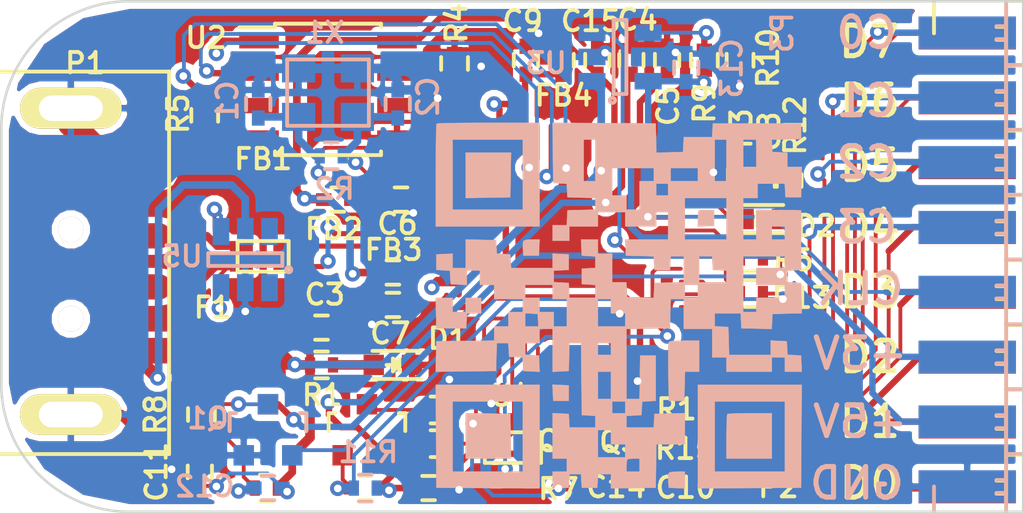
<source format=kicad_pcb>
(kicad_pcb (version 4) (host pcbnew 4.0.1-stable)
  (layers (0 F.Cu signal hide) (31 B.Cu signal hide) (34 B.Paste user) (35 F.Paste user) (36 B.SilkS user) (37 F.SilkS user) (38 B.Mask user) (39 F.Mask user) (44 Edge.Cuts user))
  (net 0 "")
  (net 1 +5V)
  (net 2 GND)
  (net 3 +3.3V_VCCIO)
  (net 4 /+5V_USB)
  (net 5 /USB_DP)
  (net 6 /USB_DM)
  (net 7 /D+)
  (net 8 /D-)
  (net 9 /Sheet_93LC56B/EE_DATA)
  (net 10 /Sheet_93LC56B/EE_DO)
  (net 11 /FT_REF)
  (net 12 /FT_RST#)
  (net 13 +3.3V_FTOUT)
  (net 14 /Sheet_93LC56B/EE_CLK)
  (net 15 /Sheet_93LC56B/EE_CS)
  (net 16 +3.3V_OUT)
  (net 17 +5V_OUT)
  (net 18 /XCSI)
  (net 19 /XCSO)
  (net 20 +3.3V_VPHY)
  (net 21 +3.3V_VPLL)
  (net 22 /PWR_LED+)
  (net 23 /ACBUS9)
  (net 24 /ADBUS7)
  (net 25 /ADBUS6)
  (net 26 /ADBUS5)
  (net 27 /ADBUS4)
  (net 28 /ADBUS3)
  (net 29 /ADBUS2)
  (net 30 /ADBUS1)
  (net 31 /ADBUS0)
  (net 32 /ACBUS8)
  (net 33 /ACBUS3)
  (net 34 /ACBUS2)
  (net 35 /ACBUS1)
  (net 36 /ACBUS0)
  (net 37 /ACBUS7)
  (net 38 /Sheet_IO/LDO_FB)
  (net 39 /ACBUS6)
  (net 40 /ACBUS4)
  (net 41 /ACBUS5)
  (net 42 +3.3V_PULLUP)
  (net 43 /Sheet_IO/5V_ON_T#)
  (net 44 /Sheet_IO/3V_PULL_EN#)
  (net 45 /Sheet_IO/5V_ON)
  (net 46 /Sheet_IO/5V_ON#)
  (net 47 /FT_VCORE)
  (net 48 /FT_VCCA)
  (net 49 /Sheet_IO/CONFIG_LED+)
  (net 50 "Net-(U2-Pad6)")
  (net 51 "Net-(U2-Pad7)")
  (net 52 "Net-(U5-Pad1)")
  (net 53 "Net-(U5-Pad6)")
  (module mod:USB_A_SMD (layer F.Cu) (at 153.924 91.694 270)
    (fp_text reference P1 (at -4.2672 2.1336 360) (layer F.SilkS) (effects (font (size 0.8 0.8))))
    (fp_text value USB_A_MALE)
    (pad 1 smd oval (at 7.0002 0 270) (size 0.99 2.49) (layers F.Cu F.Paste F.Mask) (net 4 /+5V_USB))
    (pad 2 smd oval (at 4.5001 0 270) (size 0.99 2.49) (layers F.Cu F.Paste F.Mask) (net 8 /D-))
    (pad 3 smd oval (at 2.5001 0 270) (size 0.99 2.49) (layers F.Cu F.Paste F.Mask) (net 7 /D+))
    (pad 4 smd oval (at 0 0 270) (size 0.99 2.49) (layers F.Cu F.Paste F.Mask) (net 2 GND))
    (pad 5 thru_hole oval (at 9.5 2.7 270) (size 1.6 3.98) (drill oval 1 2.5) (layers *.Cu *.Mask F.SilkS) (net 2 GND))
    (pad 5 thru_hole oval (at -2.5 2.7 270) (size 1.6 3.98) (drill oval 1 2.5) (layers *.Cu *.Mask F.SilkS) (net 2 GND))
    (pad "" thru_hole circle (at 2.25 2.7 270) (size 1 1) (drill 1) (layers *.Cu *.Mask F.SilkS))
    (pad "" thru_hole circle (at 5.746 2.7 270) (size 1 1) (drill 1) (layers *.Cu *.Mask F.SilkS))
  )
  (module Capacitors_SMD:C_0402 (layer B.Cu) (at 158.5595 89.027 90)
    (fp_text reference C1 (at 0.127 -1.2065 90) (layer B.SilkS) (effects (font (size 0.8 0.8)) (justify mirror)))
    (fp_text value 12P_0402_50V_C0G)
    (pad 1 smd rect (at -0.55 0 90) (size 0.6 0.5) (layers B.Cu B.Paste B.Mask) (net 18 /XCSI))
    (pad 2 smd rect (at 0.55 0 90) (size 0.6 0.5) (layers B.Cu B.Paste B.Mask) (net 2 GND))
  )
  (module Capacitors_SMD:C_0402 (layer B.Cu) (at 164.0205 89.027 90)
    (fp_text reference C2 (at 0.2794 1.1811 90) (layer B.SilkS) (effects (font (size 0.8 0.8)) (justify mirror)))
    (fp_text value 12P_0402_50V_C0G)
    (pad 1 smd rect (at -0.55 0 90) (size 0.6 0.5) (layers B.Cu B.Paste B.Mask) (net 19 /XCSO))
    (pad 2 smd rect (at 0.55 0 90) (size 0.6 0.5) (layers B.Cu B.Paste B.Mask) (net 2 GND))
  )
  (module Capacitors_SMD:C_0402 (layer F.Cu) (at 161.036 97.79)
    (fp_text reference C3 (at 0.127 -1.2954) (layer F.SilkS) (effects (font (size 0.8 0.8))))
    (fp_text value 1U_0402_10V_X7R)
    (pad 1 smd rect (at -0.55 0) (size 0.6 0.5) (layers F.Cu F.Paste F.Mask) (net 1 +5V))
    (pad 2 smd rect (at 0.55 0) (size 0.6 0.5) (layers F.Cu F.Paste F.Mask) (net 2 GND))
  )
  (module Capacitors_SMD:C_0402 (layer F.Cu) (at 173.1645 87.3125 90)
    (fp_text reference C4 (at 1.5875 0.2413 360) (layer F.SilkS) (effects (font (size 0.8 0.8))))
    (fp_text value 0.1U_0402_16V_X7R)
    (pad 1 smd rect (at -0.55 0 90) (size 0.6 0.5) (layers F.Cu F.Paste F.Mask) (net 47 /FT_VCORE))
    (pad 2 smd rect (at 0.55 0 90) (size 0.6 0.5) (layers F.Cu F.Paste F.Mask) (net 2 GND))
  )
  (module Capacitors_SMD:C_0402 (layer F.Cu) (at 174.5615 87.3125 90)
    (fp_text reference C5 (at -1.7907 0.0381 90) (layer F.SilkS) (effects (font (size 0.8 0.8))))
    (fp_text value 0.1U_0402_16V_X7R)
    (pad 1 smd rect (at -0.55 0 90) (size 0.6 0.5) (layers F.Cu F.Paste F.Mask) (net 48 /FT_VCCA))
    (pad 2 smd rect (at 0.55 0 90) (size 0.6 0.5) (layers F.Cu F.Paste F.Mask) (net 2 GND))
  )
  (module Capacitors_SMD:C_0402 (layer F.Cu) (at 164.1475 92.7735)
    (fp_text reference C6 (at -0.1397 0.9525) (layer F.SilkS) (effects (font (size 0.8 0.8))))
    (fp_text value 0.1U_0402_16V_X7R)
    (pad 1 smd rect (at -0.55 0) (size 0.6 0.5) (layers F.Cu F.Paste F.Mask) (net 20 +3.3V_VPHY))
    (pad 2 smd rect (at 0.55 0) (size 0.6 0.5) (layers F.Cu F.Paste F.Mask) (net 2 GND))
  )
  (module Capacitors_SMD:C_0402 (layer F.Cu) (at 163.83 96.901 180)
    (fp_text reference C7 (at 0.1016 -1.1176 180) (layer F.SilkS) (effects (font (size 0.8 0.8))))
    (fp_text value 0.1U_0402_16V_X7R)
    (pad 1 smd rect (at -0.55 0 180) (size 0.6 0.5) (layers F.Cu F.Paste F.Mask) (net 21 +3.3V_VPLL))
    (pad 2 smd rect (at 0.55 0 180) (size 0.6 0.5) (layers F.Cu F.Paste F.Mask) (net 2 GND))
  )
  (module Capacitors_SMD:C_0402 (layer F.Cu) (at 177.419 91.821 90)
    (fp_text reference C8 (at 1.7018 1.143 90) (layer F.SilkS) (effects (font (size 0.8 0.8))))
    (fp_text value 0.01U_0402_16V_X7R)
    (pad 1 smd rect (at -0.55 0 90) (size 0.6 0.5) (layers F.Cu F.Paste F.Mask) (net 12 /FT_RST#))
    (pad 2 smd rect (at 0.55 0 90) (size 0.6 0.5) (layers F.Cu F.Paste F.Mask) (net 2 GND))
  )
  (module Capacitors_SMD:C_0402 (layer F.Cu) (at 169.037 87.3125 90)
    (fp_text reference C9 (at 1.5367 -0.127 180) (layer F.SilkS) (effects (font (size 0.8 0.8))))
    (fp_text value 0.1U_0402_16V_X7R)
    (pad 1 smd rect (at -0.55 0 90) (size 0.6 0.5) (layers F.Cu F.Paste F.Mask) (net 3 +3.3V_VCCIO))
    (pad 2 smd rect (at 0.55 0 90) (size 0.6 0.5) (layers F.Cu F.Paste F.Mask) (net 2 GND))
  )
  (module Capacitors_SMD:C_0402 (layer F.Cu) (at 165.227 104.0765)
    (fp_text reference C10 (at 10.0584 -0.0127) (layer F.SilkS) (effects (font (size 0.8 0.8))))
    (fp_text value 0.1U_0402_16V)
    (pad 1 smd rect (at -0.55 0) (size 0.6 0.5) (layers F.Cu F.Paste F.Mask) (net 13 +3.3V_FTOUT))
    (pad 2 smd rect (at 0.55 0) (size 0.6 0.5) (layers F.Cu F.Paste F.Mask) (net 2 GND))
  )
  (module Capacitors_SMD:C_0402 (layer F.Cu) (at 156.2735 103.4415 90)
    (fp_text reference C11 (at 0 -1.7 90) (layer F.SilkS) (effects (font (size 0.8 0.8))))
    (fp_text value 1U_0402_10V_X7R)
    (pad 1 smd rect (at -0.55 0 90) (size 0.6 0.5) (layers F.Cu F.Paste F.Mask) (net 1 +5V))
    (pad 2 smd rect (at 0.55 0 90) (size 0.6 0.5) (layers F.Cu F.Paste F.Mask) (net 2 GND))
  )
  (module Capacitors_SMD:C_0402 (layer B.Cu) (at 158.9405 104.0765 180)
    (fp_text reference C12 (at 2.4765 0.0635 180) (layer B.SilkS) (effects (font (size 0.8 0.8)) (justify mirror)))
    (fp_text value 0.1U_0402_16V_X7R)
    (pad 1 smd rect (at -0.55 0 180) (size 0.6 0.5) (layers B.Cu B.Paste B.Mask) (net 1 +5V))
    (pad 2 smd rect (at 0.55 0 180) (size 0.6 0.5) (layers B.Cu B.Paste B.Mask) (net 43 /Sheet_IO/5V_ON_T#))
  )
  (module LEDs:LED_0603 (layer F.Cu) (at 163.83 99.2505 180)
    (fp_text reference D1 (at -2.159 1.0287 180) (layer F.SilkS) (effects (font (size 0.8 0.8))))
    (fp_text value LED_0603_RED)
    (pad 2 smd rect (at 0.7493 0) (size 0.79756 0.79756) (layers F.Cu F.Paste F.Mask) (net 22 /PWR_LED+))
    (pad 1 smd rect (at -0.7493 0) (size 0.79756 0.79756) (layers F.Cu F.Paste F.Mask) (net 2 GND))
  )
  (module LEDs:LED_0603 (layer F.Cu) (at 178.308 93.5355)
    (fp_text reference D2 (at 2.0828 0.2667) (layer F.SilkS) (effects (font (size 0.8 0.8))))
    (fp_text value LED_0603_BLUE)
    (pad 2 smd rect (at 0.7493 0 180) (size 0.79756 0.79756) (layers F.Cu F.Paste F.Mask) (net 49 /Sheet_IO/CONFIG_LED+))
    (pad 1 smd rect (at -0.7493 0 180) (size 0.79756 0.79756) (layers F.Cu F.Paste F.Mask) (net 23 /ACBUS9))
  )
  (module TO_SOT_Packages_SMD:SOT-23 (layer B.Cu) (at 158.9405 101.7905 180)
    (fp_text reference Q1 (at 2.3495 0.4445 180) (layer B.SilkS) (effects (font (size 0.8 0.8)) (justify mirror)))
    (fp_text value MMBT3904)
    (pad 1 smd rect (at -0.95 -1.00076 180) (size 0.8001 0.8001) (layers B.Cu B.Paste B.Mask) (net 45 /Sheet_IO/5V_ON))
    (pad 2 smd rect (at 0.95 -1.00076 180) (size 0.8001 0.8001) (layers B.Cu B.Paste B.Mask) (net 2 GND))
    (pad 3 smd rect (at 0 0.99822 180) (size 0.8001 0.8001) (layers B.Cu B.Paste B.Mask) (net 46 /Sheet_IO/5V_ON#))
  )
  (module TO_SOT_Packages_SMD:SOT-23 (layer F.Cu) (at 158.9405 101.7905)
    (fp_text reference Q2 (at 11.3665 0.4445) (layer F.SilkS) (effects (font (size 0.8 0.8))))
    (fp_text value AO3401)
    (pad 1 smd rect (at -0.95 1.00076) (size 0.8001 0.8001) (layers F.Cu F.Paste F.Mask) (net 43 /Sheet_IO/5V_ON_T#))
    (pad 2 smd rect (at 0.95 1.00076) (size 0.8001 0.8001) (layers F.Cu F.Paste F.Mask) (net 1 +5V))
    (pad 3 smd rect (at 0 -0.99822) (size 0.8001 0.8001) (layers F.Cu F.Paste F.Mask) (net 17 +5V_OUT))
  )
  (module TO_SOT_Packages_SMD:SOT-23 (layer F.Cu) (at 162.814 101.7905)
    (fp_text reference Q3 (at 9.906 0.4699) (layer F.SilkS) (effects (font (size 0.8 0.8))))
    (fp_text value AO3401)
    (pad 1 smd rect (at -0.95 1.00076) (size 0.8001 0.8001) (layers F.Cu F.Paste F.Mask) (net 44 /Sheet_IO/3V_PULL_EN#))
    (pad 2 smd rect (at 0.95 1.00076) (size 0.8001 0.8001) (layers F.Cu F.Paste F.Mask) (net 13 +3.3V_FTOUT))
    (pad 3 smd rect (at 0 -0.99822) (size 0.8001 0.8001) (layers F.Cu F.Paste F.Mask) (net 42 +3.3V_PULLUP))
  )
  (module Resistors_SMD:R_0402 (layer F.Cu) (at 161.036 99.2505)
    (fp_text reference R1 (at 0.0254 1.1811) (layer F.SilkS) (effects (font (size 0.8 0.8))))
    (fp_text value R)
    (pad 1 smd rect (at -0.45 0) (size 0.4 0.6) (layers F.Cu F.Paste F.Mask) (net 1 +5V))
    (pad 2 smd rect (at 0.45 0) (size 0.4 0.6) (layers F.Cu F.Paste F.Mask) (net 22 /PWR_LED+))
  )
  (module Resistors_SMD:R_0402 (layer B.Cu) (at 161.417 91.059)
    (fp_text reference R2 (at 0.127 1.2954) (layer B.SilkS) (effects (font (size 0.8 0.8)) (justify mirror)))
    (fp_text value 1M_0402_5%)
    (pad 1 smd rect (at -0.45 0) (size 0.4 0.6) (layers B.Cu B.Paste B.Mask) (net 18 /XCSI))
    (pad 2 smd rect (at 0.45 0) (size 0.4 0.6) (layers B.Cu B.Paste B.Mask) (net 19 /XCSO))
  )
  (module Resistors_SMD:R_0402 (layer F.Cu) (at 178.3334 92.0242 270)
    (fp_text reference R3 (at -2.032 0.8636 270) (layer F.SilkS) (effects (font (size 0.8 0.8))))
    (fp_text value 10K_0402_5%)
    (pad 1 smd rect (at -0.45 0 270) (size 0.4 0.6) (layers F.Cu F.Paste F.Mask) (net 13 +3.3V_FTOUT))
    (pad 2 smd rect (at 0.45 0 270) (size 0.4 0.6) (layers F.Cu F.Paste F.Mask) (net 12 /FT_RST#))
  )
  (module Resistors_SMD:R_0402 (layer F.Cu) (at 166.243 87.4395 90)
    (fp_text reference R4 (at 1.5875 0.0762 90) (layer F.SilkS) (effects (font (size 0.8 0.8))))
    (fp_text value 12K_0402_1%)
    (pad 1 smd rect (at -0.45 0 90) (size 0.4 0.6) (layers F.Cu F.Paste F.Mask) (net 11 /FT_REF))
    (pad 2 smd rect (at 0.45 0 90) (size 0.4 0.6) (layers F.Cu F.Paste F.Mask) (net 2 GND))
  )
  (module Resistors_SMD:R_0402 (layer F.Cu) (at 156.464 89.4715 270)
    (fp_text reference R5 (at -0.0635 1.0414 270) (layer F.SilkS) (effects (font (size 0.8 0.8))))
    (fp_text value 2.2K_0402_5%)
    (pad 1 smd rect (at -0.45 0 270) (size 0.4 0.6) (layers F.Cu F.Paste F.Mask) (net 9 /Sheet_93LC56B/EE_DATA))
    (pad 2 smd rect (at 0.45 0 270) (size 0.4 0.6) (layers F.Cu F.Paste F.Mask) (net 10 /Sheet_93LC56B/EE_DO))
  )
  (module Resistors_SMD:R_0402 (layer F.Cu) (at 177.8635 95.0595 180)
    (fp_text reference R6 (at -1.6383 -0.0889 180) (layer F.SilkS) (effects (font (size 0.8 0.8))))
    (fp_text value 10K_0402_5%)
    (pad 1 smd rect (at -0.45 0 180) (size 0.4 0.6) (layers F.Cu F.Paste F.Mask) (net 45 /Sheet_IO/5V_ON))
    (pad 2 smd rect (at 0.45 0 180) (size 0.4 0.6) (layers F.Cu F.Paste F.Mask) (net 37 /ACBUS7))
  )
  (module Resistors_SMD:R_0402 (layer F.Cu) (at 158.877 104.0765)
    (fp_text reference R7 (at 11.43 0.0381) (layer F.SilkS) (effects (font (size 0.8 0.8))))
    (fp_text value 100K_0402_5%)
    (pad 1 smd rect (at -0.45 0) (size 0.4 0.6) (layers F.Cu F.Paste F.Mask) (net 43 /Sheet_IO/5V_ON_T#))
    (pad 2 smd rect (at 0.45 0) (size 0.4 0.6) (layers F.Cu F.Paste F.Mask) (net 1 +5V))
  )
  (module Resistors_SMD:R_0402 (layer F.Cu) (at 156.337 101.1936 90)
    (fp_text reference R8 (at 0 -1.8 90) (layer F.SilkS) (effects (font (size 0.8 0.8))))
    (fp_text value 10K_0402_5%)
    (pad 1 smd rect (at -0.45 0 90) (size 0.4 0.6) (layers F.Cu F.Paste F.Mask) (net 43 /Sheet_IO/5V_ON_T#))
    (pad 2 smd rect (at 0.45 0 90) (size 0.4 0.6) (layers F.Cu F.Paste F.Mask) (net 46 /Sheet_IO/5V_ON#))
  )
  (module Resistors_SMD:R_0402 (layer F.Cu) (at 176.022 87.3125 90)
    (fp_text reference R9 (at -1.6891 0 270) (layer F.SilkS) (effects (font (size 0.8 0.8))))
    (fp_text value NC)
    (pad 1 smd rect (at -0.45 0 90) (size 0.4 0.6) (layers F.Cu F.Paste F.Mask) (net 16 +3.3V_OUT))
    (pad 2 smd rect (at 0.45 0 90) (size 0.4 0.6) (layers F.Cu F.Paste F.Mask) (net 38 /Sheet_IO/LDO_FB))
  )
  (module Resistors_SMD:R_0402 (layer F.Cu) (at 177.419 87.3125 270)
    (fp_text reference R10 (at -0.0889 -1.0922 270) (layer F.SilkS) (effects (font (size 0.8 0.8))))
    (fp_text value NC)
    (pad 1 smd rect (at -0.45 0 270) (size 0.4 0.6) (layers F.Cu F.Paste F.Mask) (net 38 /Sheet_IO/LDO_FB))
    (pad 2 smd rect (at 0.45 0 270) (size 0.4 0.6) (layers F.Cu F.Paste F.Mask) (net 2 GND))
  )
  (module Resistors_SMD:R_0402 (layer B.Cu) (at 162.7505 104.0765)
    (fp_text reference R11 (at 0.1143 -1.4097) (layer B.SilkS) (effects (font (size 0.8 0.8)) (justify mirror)))
    (fp_text value 100K_0402_5%)
    (pad 1 smd rect (at -0.45 0) (size 0.4 0.6) (layers B.Cu B.Paste B.Mask) (net 44 /Sheet_IO/3V_PULL_EN#))
    (pad 2 smd rect (at 0.45 0) (size 0.4 0.6) (layers B.Cu B.Paste B.Mask) (net 13 +3.3V_FTOUT))
  )
  (module Resistors_SMD:R_0402 (layer F.Cu) (at 179.2986 92.0242 270)
    (fp_text reference R12 (at -2.159 -0.2794 270) (layer F.SilkS) (effects (font (size 0.8 0.8))))
    (fp_text value 470_0402_5%)
    (pad 1 smd rect (at -0.45 0 270) (size 0.4 0.6) (layers F.Cu F.Paste F.Mask) (net 13 +3.3V_FTOUT))
    (pad 2 smd rect (at 0.45 0 270) (size 0.4 0.6) (layers F.Cu F.Paste F.Mask) (net 49 /Sheet_IO/CONFIG_LED+))
  )
  (module Resistors_SMD:R_0402 (layer F.Cu) (at 177.8635 96.4565 180)
    (fp_text reference R13 (at -1.9685 -0.1651 180) (layer F.SilkS) (effects (font (size 0.8 0.8))))
    (fp_text value 10K_0402_5%)
    (pad 1 smd rect (at -0.45 0 180) (size 0.4 0.6) (layers F.Cu F.Paste F.Mask) (net 44 /Sheet_IO/3V_PULL_EN#))
    (pad 2 smd rect (at 0.45 0 180) (size 0.4 0.6) (layers F.Cu F.Paste F.Mask) (net 39 /ACBUS6))
  )
  (module Resistors_SMD:R_0402 (layer F.Cu) (at 165.5572 101.0158)
    (fp_text reference R14 (at 9.7536 -0.0254) (layer F.SilkS) (effects (font (size 0.8 0.8))))
    (fp_text value R)
    (pad 1 smd rect (at -0.45 0) (size 0.4 0.6) (layers F.Cu F.Paste F.Mask) (net 42 +3.3V_PULLUP))
    (pad 2 smd rect (at 0.45 0) (size 0.4 0.6) (layers F.Cu F.Paste F.Mask) (net 29 /ADBUS2))
  )
  (module Capacitors_SMD:C_0402 (layer B.Cu) (at 175.3108 87.6046 90)
    (fp_text reference C13 (at -0.0254 1.778 90) (layer B.SilkS) (effects (font (size 0.8 0.8)) (justify mirror)))
    (fp_text value 1U_0402_10V_X7R)
    (pad 1 smd rect (at -0.55 0 90) (size 0.6 0.5) (layers B.Cu B.Paste B.Mask) (net 16 +3.3V_OUT))
    (pad 2 smd rect (at 0.55 0 90) (size 0.6 0.5) (layers B.Cu B.Paste B.Mask) (net 2 GND))
  )
  (module Capacitors_SMD:C_0402 (layer F.Cu) (at 162.7505 104.0765 180)
    (fp_text reference C14 (at -9.8171 0.0381 180) (layer F.SilkS) (effects (font (size 0.8 0.8))))
    (fp_text value 0.1U_0402_16V_X7R)
    (pad 1 smd rect (at -0.55 0 180) (size 0.6 0.5) (layers F.Cu F.Paste F.Mask) (net 13 +3.3V_FTOUT))
    (pad 2 smd rect (at 0.55 0 180) (size 0.6 0.5) (layers F.Cu F.Paste F.Mask) (net 44 /Sheet_IO/3V_PULL_EN#))
  )
  (module Capacitors_SMD:C_0402 (layer F.Cu) (at 171.831 87.3125 270)
    (fp_text reference C15 (at -1.5367 0.254 360) (layer F.SilkS) (effects (font (size 0.8 0.8))))
    (fp_text value 0.1U_0402_16V_X7R)
    (pad 1 smd rect (at -0.55 0 270) (size 0.6 0.5) (layers F.Cu F.Paste F.Mask) (net 2 GND))
    (pad 2 smd rect (at 0.55 0 270) (size 0.6 0.5) (layers F.Cu F.Paste F.Mask) (net 13 +3.3V_FTOUT))
  )
  (module Resistors_SMD:R_0402 (layer F.Cu) (at 165.5572 102.3366)
    (fp_text reference R15 (at 9.7028 0.2032) (layer F.SilkS) (effects (font (size 0.8 0.8))))
    (fp_text value R)
    (pad 1 smd rect (at -0.45 0) (size 0.4 0.6) (layers F.Cu F.Paste F.Mask) (net 42 +3.3V_PULLUP))
    (pad 2 smd rect (at 0.45 0) (size 0.4 0.6) (layers F.Cu F.Paste F.Mask) (net 30 /ADBUS1))
  )
  (module Fuse_Holders_and_Fuses:Fuse_SMD1206_Reflow (layer F.Cu) (at 157.861 98.7425)
    (fp_text reference F1 (at -1.0922 -1.7399) (layer F.SilkS) (effects (font (size 0.8 0.8))))
    (fp_text value FUSE)
    (pad 1 smd rect (at -1.20396 0 90) (size 2.02946 1.14046) (layers F.Cu F.Paste F.Mask) (net 4 /+5V_USB))
    (pad 2 smd rect (at 1.20396 0 90) (size 2.02946 1.14046) (layers F.Cu F.Paste F.Mask) (net 1 +5V))
  )
  (module mod:Pin_Header_SMD_1x08 (layer B.Cu) (at 186.309 104.013)
    (fp_text reference P3 (at -7.239 -17.78 90) (layer B.SilkS) (effects (font (size 0.8 0.8)) (justify mirror)))
    (fp_text value CONN_01X08)
    (pad 1 smd rect (at 0 0) (size 3.81 1.27) (layers B.Cu B.Paste B.Mask) (net 2 GND))
    (pad 2 smd rect (at 0 -2.54) (size 3.81 1.27) (layers B.Cu B.Paste B.Mask) (net 17 +5V_OUT))
    (pad 3 smd rect (at 0 -5.08) (size 3.81 1.27) (layers B.Cu B.Paste B.Mask) (net 16 +3.3V_OUT))
    (pad 4 smd rect (at 0 -7.62) (size 3.81 1.27) (layers B.Cu B.Paste B.Mask) (net 32 /ACBUS8))
    (pad 5 smd rect (at 0 -10.16) (size 3.81 1.27) (layers B.Cu B.Paste B.Mask) (net 33 /ACBUS3))
    (pad 6 smd rect (at 0 -12.7) (size 3.81 1.27) (layers B.Cu B.Paste B.Mask) (net 34 /ACBUS2))
    (pad 7 smd rect (at 0 -15.24) (size 3.81 1.27) (layers B.Cu B.Paste B.Mask) (net 35 /ACBUS1))
    (pad 8 smd rect (at 0 -17.78) (size 3.81 1.27) (layers B.Cu B.Paste B.Mask) (net 36 /ACBUS0))
  )
  (module Housings_SOIC:SOIC-8_3.9x4.9mm_Pitch1.27mm (layer F.Cu) (at 161.29 88.4555)
    (fp_text reference U2 (at -4.7752 -2.0193) (layer F.SilkS) (effects (font (size 0.8 0.8))))
    (fp_text value 93LC56B)
    (pad 1 smd rect (at -2.7 -1.905) (size 1.55 0.6) (layers F.Cu F.Paste F.Mask) (net 15 /Sheet_93LC56B/EE_CS))
    (pad 2 smd rect (at -2.7 -0.635) (size 1.55 0.6) (layers F.Cu F.Paste F.Mask) (net 14 /Sheet_93LC56B/EE_CLK))
    (pad 3 smd rect (at -2.7 0.635) (size 1.55 0.6) (layers F.Cu F.Paste F.Mask) (net 9 /Sheet_93LC56B/EE_DATA))
    (pad 4 smd rect (at -2.7 1.905) (size 1.55 0.6) (layers F.Cu F.Paste F.Mask) (net 10 /Sheet_93LC56B/EE_DO))
    (pad 5 smd rect (at 2.7 1.905) (size 1.55 0.6) (layers F.Cu F.Paste F.Mask) (net 2 GND))
    (pad 6 smd rect (at 2.7 0.635) (size 1.55 0.6) (layers F.Cu F.Paste F.Mask) (net 50 "Net-(U2-Pad6)"))
    (pad 7 smd rect (at 2.7 -0.635) (size 1.55 0.6) (layers F.Cu F.Paste F.Mask) (net 51 "Net-(U2-Pad7)"))
    (pad 8 smd rect (at 2.7 -1.905) (size 1.55 0.6) (layers F.Cu F.Paste F.Mask) (net 13 +3.3V_FTOUT))
  )
  (module TO_SOT_Packages_SMD:SOT-23-5 (layer B.Cu) (at 172.72 87.1855)
    (fp_text reference U3 (at -2.8956 0.2413) (layer B.SilkS) (effects (font (size 0.8 0.8)) (justify mirror)))
    (fp_text value TPS73633)
    (pad 1 smd rect (at -1.1 0.95) (size 1.06 0.65) (layers B.Cu B.Paste B.Mask) (net 1 +5V))
    (pad 2 smd rect (at -1.1 0) (size 1.06 0.65) (layers B.Cu B.Paste B.Mask) (net 2 GND))
    (pad 3 smd rect (at -1.1 -0.95) (size 1.06 0.65) (layers B.Cu B.Paste B.Mask) (net 41 /ACBUS5))
    (pad 4 smd rect (at 1.1 -0.95) (size 1.06 0.65) (layers B.Cu B.Paste B.Mask) (net 38 /Sheet_IO/LDO_FB))
    (pad 5 smd rect (at 1.1 0.95) (size 1.06 0.65) (layers B.Cu B.Paste B.Mask) (net 16 +3.3V_OUT))
  )
  (module TO_SOT_Packages_SMD:SC-70-5 (layer F.Cu) (at 168.529 102.489 180)
    (fp_text reference U4 (at 0.0762 2.032 180) (layer F.SilkS) (effects (font (size 0.8 0.8))))
    (fp_text value SN74LVC1G66DRLR_SOT)
    (pad 1 smd rect (at -0.6604 1.016 180) (size 0.4064 0.6604) (layers F.Cu F.Paste F.Mask) (net 29 /ADBUS2))
    (pad 3 smd rect (at 0.6604 1.016 180) (size 0.4064 0.6604) (layers F.Cu F.Paste F.Mask) (net 2 GND))
    (pad 2 smd rect (at 0 1.016 180) (size 0.4064 0.6604) (layers F.Cu F.Paste F.Mask) (net 30 /ADBUS1))
    (pad 4 smd rect (at 0.6604 -1.016 180) (size 0.4064 0.6604) (layers F.Cu F.Paste F.Mask) (net 40 /ACBUS4))
    (pad 5 smd rect (at -0.6604 -1.016 180) (size 0.4064 0.6604) (layers F.Cu F.Paste F.Mask) (net 13 +3.3V_FTOUT))
  )
  (module TO_SOT_Packages_SMD:SOT-23-6 (layer B.Cu) (at 158.0515 95.123 90)
    (fp_text reference U5 (at 0.127 -2.4765 180) (layer B.SilkS) (effects (font (size 0.8 0.8)) (justify mirror)))
    (fp_text value SRV05-4)
    (pad 1 smd rect (at -1.1 0.95 90) (size 1.06 0.65) (layers B.Cu B.Paste B.Mask) (net 52 "Net-(U5-Pad1)"))
    (pad 2 smd rect (at -1.1 0 90) (size 1.06 0.65) (layers B.Cu B.Paste B.Mask) (net 2 GND))
    (pad 3 smd rect (at -1.1 -0.95 90) (size 1.06 0.65) (layers B.Cu B.Paste B.Mask) (net 8 /D-))
    (pad 4 smd rect (at 1.1 -0.95 90) (size 1.06 0.65) (layers B.Cu B.Paste B.Mask) (net 7 /D+))
    (pad 6 smd rect (at 1.1 0.95 90) (size 1.06 0.65) (layers B.Cu B.Paste B.Mask) (net 53 "Net-(U5-Pad6)"))
    (pad 5 smd rect (at 1.1 0 90) (size 1.06 0.65) (layers B.Cu B.Paste B.Mask) (net 4 /+5V_USB))
  )
  (module mod:Crystall_3225_4P (layer B.Cu) (at 161.29 88.5825)
    (fp_text reference X1 (at -0.127 -2.3495) (layer B.SilkS) (effects (font (size 0.8 0.8)) (justify mirror)))
    (fp_text value CRYSTAL_3225_4P)
    (pad 1 smd rect (at -1.15 0.95) (size 1.3 1.1) (layers B.Cu B.Paste B.Mask) (net 18 /XCSI))
    (pad 2 smd rect (at 1.15 0.95) (size 1.3 1.1) (layers B.Cu B.Paste B.Mask) (net 19 /XCSO))
    (pad 3 smd rect (at 1.15 -0.95) (size 1.3 1.1) (layers B.Cu B.Paste B.Mask) (net 2 GND))
    (pad 4 smd rect (at -1.15 -0.95) (size 1.3 1.1) (layers B.Cu B.Paste B.Mask) (net 2 GND))
  )
  (module mod:WCM2012_4P (layer F.Cu) (at 158.75 94.996)
    (fp_text reference FB1 (at 0 -3.81) (layer F.SilkS) (effects (font (size 0.8 0.8))))
    (fp_text value WCM2012)
    (pad 1 smd rect (at -0.85 -0.4) (size 0.9 0.4) (layers F.Cu F.Paste F.Mask) (net 7 /D+))
    (pad 2 smd rect (at 0.85 -0.4) (size 0.9 0.4) (layers F.Cu F.Paste F.Mask) (net 5 /USB_DP))
    (pad 3 smd rect (at 0.85 0.4) (size 0.9 0.4) (layers F.Cu F.Paste F.Mask) (net 6 /USB_DM))
    (pad 4 smd rect (at -0.85 0.4) (size 0.9 0.4) (layers F.Cu F.Paste F.Mask) (net 8 /D-))
  )
  (module Capacitors_SMD:C_0402 (layer F.Cu) (at 161.671 92.7735)
    (fp_text reference FB2 (at -0.1524 1.1557) (layer F.SilkS) (effects (font (size 0.8 0.8))))
    (fp_text value BLM15AG121SN1D)
    (pad 1 smd rect (at -0.55 0) (size 0.6 0.5) (layers F.Cu F.Paste F.Mask) (net 13 +3.3V_FTOUT))
    (pad 2 smd rect (at 0.55 0) (size 0.6 0.5) (layers F.Cu F.Paste F.Mask) (net 20 +3.3V_VPHY))
  )
  (module Capacitors_SMD:C_0402 (layer F.Cu) (at 163.83 95.631)
    (fp_text reference FB3 (at 0.0254 -0.889) (layer F.SilkS) (effects (font (size 0.8 0.8))))
    (fp_text value BLM15AG121SN1D)
    (pad 1 smd rect (at -0.55 0) (size 0.6 0.5) (layers F.Cu F.Paste F.Mask) (net 13 +3.3V_FTOUT))
    (pad 2 smd rect (at 0.55 0) (size 0.6 0.5) (layers F.Cu F.Paste F.Mask) (net 21 +3.3V_VPLL))
  )
  (module Capacitors_SMD:C_0402 (layer F.Cu) (at 170.434 87.3125 270)
    (fp_text reference FB4 (at 1.3843 -0.0762 360) (layer F.SilkS) (effects (font (size 0.8 0.8))))
    (fp_text value BLM15AG121SN1D)
    (pad 1 smd rect (at -0.55 0 270) (size 0.6 0.5) (layers F.Cu F.Paste F.Mask) (net 13 +3.3V_FTOUT))
    (pad 2 smd rect (at 0.55 0 270) (size 0.6 0.5) (layers F.Cu F.Paste F.Mask) (net 3 +3.3V_VCCIO))
  )
  (module mod:Pin_Header_SMD_1x08 (layer F.Cu) (at 186.309 86.2584)
    (fp_text reference P2 (at -7.3914 17.78) (layer F.SilkS) (effects (font (size 0.8 0.8))))
    (fp_text value CONN_01X08)
    (pad 1 smd rect (at 0 0) (size 3.81 1.27) (layers F.Cu F.Paste F.Mask) (net 24 /ADBUS7))
    (pad 2 smd rect (at 0 2.54) (size 3.81 1.27) (layers F.Cu F.Paste F.Mask) (net 25 /ADBUS6))
    (pad 3 smd rect (at 0 5.08) (size 3.81 1.27) (layers F.Cu F.Paste F.Mask) (net 26 /ADBUS5))
    (pad 4 smd rect (at 0 7.62) (size 3.81 1.27) (layers F.Cu F.Paste F.Mask) (net 27 /ADBUS4))
    (pad 5 smd rect (at 0 10.16) (size 3.81 1.27) (layers F.Cu F.Paste F.Mask) (net 28 /ADBUS3))
    (pad 6 smd rect (at 0 12.7) (size 3.81 1.27) (layers F.Cu F.Paste F.Mask) (net 29 /ADBUS2))
    (pad 7 smd rect (at 0 15.24) (size 3.81 1.27) (layers F.Cu F.Paste F.Mask) (net 30 /ADBUS1))
    (pad 8 smd rect (at 0 17.78) (size 3.81 1.27) (layers F.Cu F.Paste F.Mask) (net 31 /ADBUS0))
  )
  (module mod:liftyper_qr (layer B.Cu) (at 172.6692 96.9264)
    (fp_text reference G*** hide)
    (fp_text value LOGO hide)
  )
  (gr_text "C0\n" (at 182.372 86.233) (layer B.SilkS) (effects (font (size 1.2 1.2) (thickness 0.2)) (justify mirror)))
  (gr_text C1 (at 182.372 88.9) (layer B.SilkS) (effects (font (size 1.2 1.2) (thickness 0.2)) (justify mirror)))
  (gr_text C2 (at 182.372 91.313) (layer B.SilkS) (effects (font (size 1.2 1.2) (thickness 0.2)) (justify mirror)))
  (gr_text C3 (at 182.372 93.853) (layer B.SilkS) (effects (font (size 1.2 1.2) (thickness 0.2)) (justify mirror)))
  (gr_text "CLK\n" (at 182.118 96.266) (layer B.SilkS) (effects (font (size 1.2 1.2) (thickness 0.2)) (justify mirror)))
  (gr_text +3V (at 182.118 98.806) (layer B.SilkS) (effects (font (size 1.2 1.2) (thickness 0.2)) (justify mirror)))
  (gr_text +5V (at 182.118 101.473) (layer B.SilkS) (effects (font (size 1.2 1.2) (thickness 0.2)) (justify mirror)))
  (gr_text GND (at 181.991 103.886) (layer B.SilkS) (effects (font (size 1.2 1.2) (thickness 0.2)) (justify mirror)))
  (gr_text "D0\n" (at 182.499 103.886) (layer F.SilkS) (effects (font (size 1.2 1.2) (thickness 0.2))))
  (gr_text "D1\n" (at 182.499 101.473) (layer F.SilkS) (effects (font (size 1.2 1.2) (thickness 0.2))))
  (gr_text D2 (at 182.499 98.933) (layer F.SilkS) (effects (font (size 1.2 1.2) (thickness 0.2))))
  (gr_text D3 (at 182.499 96.393) (layer F.SilkS) (effects (font (size 1.2 1.2) (thickness 0.2))))
  (gr_text D4 (at 182.499 93.853) (layer F.SilkS) (effects (font (size 1.2 1.2) (thickness 0.2))))
  (gr_text D5 (at 182.499 91.44) (layer F.SilkS) (effects (font (size 1.2 1.2) (thickness 0.2))))
  (gr_text D6 (at 182.499 88.9) (layer F.SilkS) (effects (font (size 1.2 1.2) (thickness 0.2))))
  (gr_text D7 (at 182.4736 86.5886) (layer F.SilkS) (effects (font (size 1.2 1.2) (thickness 0.2))))
  (gr_arc (start 153.5011 100.0036) (end 148.5011 100.0036) (angle -90) (layer Edge.Cuts) (width 0.1))
  (gr_line (start 188.5011 105.0036) (end 153.5011 105.0036) (layer Edge.Cuts) (width 0.1))
  (gr_line (start 188.5011 85.0036) (end 188.5011 105.0036) (layer Edge.Cuts) (width 0.1))
  (gr_line (start 153.5011 85.0036) (end 188.5011 85.0036) (layer Edge.Cuts) (width 0.1))
  (gr_arc (start 153.5011 90.0036) (end 153.5011 85.0036) (angle -90) (layer Edge.Cuts) (width 0.1))
  (gr_line (start 148.5011 100.0036) (end 148.5011 90.0036) (layer Edge.Cuts) (width 0.1))
  (segment (start 168.5015 89.884) (end 168.5015 89.2027) (width 0.25) (layer F.Cu) (net 0))
  (segment (start 168.3258 89.027) (end 167.7924 89.027) (width 0.25) (layer F.Cu) (net 0))
  (segment (start 168.5015 89.2027) (end 168.3258 89.027) (width 0.25) (layer F.Cu) (net 0))
  (segment (start 166.4015 95.484) (end 166.0852 95.484) (width 0.2) (layer F.Cu) (net 0))
  (segment (start 166.0852 95.484) (end 165.354 96.2152) (width 0.2) (layer F.Cu) (net 0))
  (segment (start 166.4015 95.984) (end 165.5852 95.984) (width 0.375) (layer F.Cu) (net 0))
  (segment (start 165.354 96.2152) (end 165.3794 96.2152) (width 0.375) (layer B.Cu) (net 0))
  (via (at 165.354 96.2152) (size 0.6) (drill 0.3) (layers F.Cu B.Cu) (net 0))
  (segment (start 165.5852 95.984) (end 165.354 96.2152) (width 0.375) (layer F.Cu) (net 0))
  (segment (start 168.0015 89.884) (end 168.0015 89.2361) (width 0.25) (layer F.Cu) (net 0))
  (segment (start 168.0015 89.2361) (end 167.7924 89.027) (width 0.25) (layer F.Cu) (net 0))
  (via (at 167.7924 89.027) (size 0.6) (drill 0.3) (layers F.Cu B.Cu) (net 0))
  (segment (start 167.7924 89.027) (end 167.7797 89.0143) (width 0.25) (layer B.Cu) (net 0))
  (segment (start 167.7797 89.0143) (end 167.7797 88.9762) (width 0.25) (layer B.Cu) (net 0))
  (segment (start 166.4015 95.984) (end 166.4015 96.484) (width 0.25) (layer F.Cu) (net 0))
  (segment (start 166.4015 95.484) (end 166.4015 95.984) (width 0.25) (layer F.Cu) (net 0))
  (segment (start 170.2689 92.3798) (end 170.2689 92.417899) (width 0.3) (layer B.Cu) (net 1))
  (segment (start 170.2816 92.3798) (end 170.307 92.3544) (width 0.3) (layer B.Cu) (net 1))
  (segment (start 170.307 92.3544) (end 171.2722 92.3544) (width 0.3) (layer B.Cu) (net 1))
  (segment (start 171.9834 91.6432) (end 171.2722 92.3544) (width 0.3) (layer B.Cu) (net 1))
  (segment (start 170.2689 92.3798) (end 170.2816 92.3798) (width 0.3) (layer B.Cu) (net 1))
  (segment (start 163.448999 99.2378) (end 159.9946 99.2378) (width 0.3) (layer B.Cu) (net 1))
  (segment (start 170.2689 92.417899) (end 163.448999 99.2378) (width 0.3) (layer B.Cu) (net 1))
  (segment (start 157.4292 103.505) (end 158.919 103.505) (width 0.15) (layer B.Cu) (net 1))
  (segment (start 157.4292 103.505) (end 156.9212 104.013) (width 0.15) (layer B.Cu) (net 1))
  (via (at 156.9212 104.013) (size 0.6) (drill 0.3) (layers F.Cu B.Cu) (net 1))
  (segment (start 156.9212 104.013) (end 156.8997 103.9915) (width 0.15) (layer F.Cu) (net 1))
  (segment (start 156.2735 103.9915) (end 156.8997 103.9915) (width 0.15) (layer F.Cu) (net 1))
  (segment (start 158.919 103.505) (end 159.4905 104.0765) (width 0.15) (layer B.Cu) (net 1))
  (segment (start 160.3756 99.2378) (end 159.9946 99.2378) (width 0.3) (layer B.Cu) (net 1))
  (via (at 159.9946 99.2378) (size 0.6) (drill 0.3) (layers F.Cu B.Cu) (net 1))
  (segment (start 159.4993 98.7425) (end 159.9946 99.2378) (width 0.3) (layer F.Cu) (net 1))
  (segment (start 159.4905 104.0765) (end 159.5921 104.1185) (width 0.2) (layer B.Cu) (net 1))
  (segment (start 159.6898 104.2162) (end 159.327 104.2344) (width 0.2) (layer F.Cu) (net 1))
  (via (at 159.6898 104.2162) (size 0.6) (drill 0.3) (layers F.Cu B.Cu) (net 1))
  (segment (start 159.5921 104.1185) (end 159.6898 104.2162) (width 0.2) (layer B.Cu) (net 1))
  (segment (start 159.327 104.2344) (end 159.327 104.0765) (width 0.2) (layer F.Cu) (net 1))
  (segment (start 159.4993 98.7425) (end 159.06496 98.7425) (width 0.3) (layer F.Cu) (net 1))
  (segment (start 160.586 99.2505) (end 160.586 102.09576) (width 0.375) (layer F.Cu) (net 1))
  (segment (start 160.586 102.09576) (end 159.8905 102.79126) (width 0.375) (layer F.Cu) (net 1))
  (segment (start 159.4905 104.0765) (end 159.5921 104.0091) (width 0.15) (layer B.Cu) (net 1))
  (segment (start 159.327 104.0765) (end 159.327 104.0202) (width 0.25) (layer F.Cu) (net 1))
  (segment (start 159.327 104.0202) (end 159.8905 103.4567) (width 0.3) (layer F.Cu) (net 1))
  (segment (start 159.8905 103.4567) (end 159.8905 102.79126) (width 0.3) (layer F.Cu) (net 1))
  (segment (start 171.62 88.1355) (end 171.62 88.1556) (width 0.3) (layer B.Cu) (net 1))
  (segment (start 171.62 88.1556) (end 171.9834 88.519) (width 0.3) (layer B.Cu) (net 1))
  (segment (start 171.9834 88.519) (end 171.9834 91.6432) (width 0.3) (layer B.Cu) (net 1))
  (via (at 171.9834 91.6432) (size 0.6) (drill 0.3) (layers F.Cu B.Cu) (net 1))
  (segment (start 172.0015 91.6251) (end 172.0015 89.884) (width 0.3) (layer F.Cu) (net 1))
  (segment (start 171.9834 91.6432) (end 172.0015 91.6251) (width 0.3) (layer F.Cu) (net 1))
  (segment (start 160.486 97.79) (end 160.486 98.383) (width 0.3) (layer F.Cu) (net 1))
  (segment (start 160.586 98.483) (end 160.586 99.2505) (width 0.3) (layer F.Cu) (net 1))
  (segment (start 160.486 98.383) (end 160.586 98.483) (width 0.3) (layer F.Cu) (net 1))
  (segment (start 160.586 99.2505) (end 159.57296 99.2505) (width 0.375) (layer F.Cu) (net 1))
  (segment (start 159.57296 99.2505) (end 159.06496 98.7425) (width 0.375) (layer F.Cu) (net 1))
  (segment (start 169.9895 97.2566) (end 172.6946 97.2566) (width 0.25) (layer B.Cu) (net 2))
  (segment (start 166.4335 100.7618) (end 166.4843 100.7618) (width 0.25) (layer B.Cu) (net 2))
  (segment (start 166.4843 100.7618) (end 169.9895 97.2566) (width 0.25) (layer B.Cu) (net 2))
  (segment (start 172.6946 97.2566) (end 172.7073 97.2439) (width 0.25) (layer B.Cu) (net 2))
  (segment (start 166.37 102.2223) (end 166.3827 102.2223) (width 0.25) (layer B.Cu) (net 2))
  (segment (start 166.243 103.9622) (end 166.4208 104.14) (width 0.25) (layer F.Cu) (net 2))
  (via (at 166.4208 104.14) (size 0.6) (drill 0.3) (layers F.Cu B.Cu) (net 2))
  (segment (start 165.777 104.0765) (end 166.243 103.9622) (width 0.25) (layer F.Cu) (net 2))
  (segment (start 166.2049 102.0572) (end 166.2049 100.9904) (width 0.25) (layer B.Cu) (net 2))
  (segment (start 166.37 102.2223) (end 166.2049 102.0572) (width 0.25) (layer B.Cu) (net 2))
  (segment (start 166.4462 104.1146) (end 166.4208 104.14) (width 0.25) (layer B.Cu) (net 2))
  (segment (start 166.4462 102.2858) (end 166.4462 104.1146) (width 0.25) (layer B.Cu) (net 2))
  (segment (start 166.3827 102.2223) (end 166.4462 102.2858) (width 0.25) (layer B.Cu) (net 2))
  (segment (start 172.5015 98.584) (end 172.5015 99.2225) (width 0.2) (layer F.Cu) (net 2))
  (segment (start 172.5015 99.2225) (end 173.1645 99.8855) (width 0.2) (layer F.Cu) (net 2))
  (segment (start 173.1645 99.8855) (end 173.4058 99.8855) (width 0.2) (layer F.Cu) (net 2))
  (segment (start 164.5793 99.2505) (end 165.4683 99.2505) (width 0.25) (layer F.Cu) (net 2))
  (segment (start 166.2049 99.9871) (end 166.2049 100.9904) (width 0.25) (layer B.Cu) (net 2))
  (segment (start 166.0398 99.822) (end 166.2049 99.9871) (width 0.25) (layer B.Cu) (net 2))
  (via (at 166.0398 99.822) (size 0.6) (drill 0.3) (layers F.Cu B.Cu) (net 2))
  (segment (start 165.4683 99.2505) (end 166.0398 99.822) (width 0.25) (layer F.Cu) (net 2))
  (segment (start 173.0015 97.5381) (end 173.0015 98.584) (width 0.25) (layer F.Cu) (net 2))
  (via (at 172.7073 97.2439) (size 0.6) (drill 0.3) (layers F.Cu B.Cu) (net 2))
  (segment (start 172.7073 97.2439) (end 173.0015 97.5381) (width 0.25) (layer F.Cu) (net 2))
  (segment (start 172.7454 97.282) (end 172.7073 97.2439) (width 0.25) (layer B.Cu) (net 2))
  (segment (start 166.4335 100.7618) (end 167.6781 100.7618) (width 0.25) (layer B.Cu) (net 2))
  (segment (start 166.2049 100.9904) (end 166.4335 100.7618) (width 0.25) (layer B.Cu) (net 2))
  (segment (start 173.0015 98.584) (end 173.0015 99.4812) (width 0.25) (layer F.Cu) (net 2))
  (segment (start 173.0015 99.4812) (end 173.4058 99.8855) (width 0.25) (layer F.Cu) (net 2))
  (via (at 173.4058 99.8855) (size 0.6) (drill 0.3) (layers F.Cu B.Cu) (net 2))
  (segment (start 173.4058 99.8855) (end 173.4312 99.9109) (width 0.25) (layer B.Cu) (net 2))
  (segment (start 173.4312 99.9109) (end 173.4693 99.9109) (width 0.25) (layer B.Cu) (net 2))
  (segment (start 173.0015 98.584) (end 172.5015 98.584) (width 0.25) (layer F.Cu) (net 2))
  (segment (start 167.8686 101.473) (end 167.8686 100.9523) (width 0.25) (layer F.Cu) (net 2))
  (segment (start 167.6781 100.7618) (end 167.6908 100.7618) (width 0.25) (layer B.Cu) (net 2))
  (via (at 167.6781 100.7618) (size 0.6) (drill 0.3) (layers F.Cu B.Cu) (net 2))
  (segment (start 167.8686 100.9523) (end 167.6781 100.7618) (width 0.25) (layer F.Cu) (net 2))
  (segment (start 157.9905 102.79126) (end 155.71724 102.79126) (width 0.25) (layer B.Cu) (net 2))
  (segment (start 155.617 102.8915) (end 155.1686 103.3399) (width 0.25) (layer F.Cu) (net 2))
  (via (at 155.1686 103.3399) (size 0.6) (drill 0.3) (layers F.Cu B.Cu) (net 2))
  (segment (start 155.617 102.8915) (end 156.2735 102.8915) (width 0.25) (layer F.Cu) (net 2))
  (segment (start 155.71724 102.79126) (end 155.1686 103.3399) (width 0.25) (layer B.Cu) (net 2))
  (segment (start 158.0515 96.223) (end 158.0515 97.155) (width 0.25) (layer B.Cu) (net 2))
  (via (at 158.0515 97.155) (size 0.6) (drill 0.3) (layers F.Cu B.Cu) (net 2))
  (segment (start 163.28 96.901) (end 163.28 97.3875) (width 0.25) (layer F.Cu) (net 2))
  (via (at 163.0045 97.663) (size 0.6) (drill 0.3) (layers F.Cu B.Cu) (net 2))
  (segment (start 163.28 97.3875) (end 163.0045 97.663) (width 0.25) (layer F.Cu) (net 2))
  (segment (start 164.6975 92.7735) (end 164.6975 93.2268) (width 0.25) (layer F.Cu) (net 2))
  (via (at 164.6301 93.2942) (size 0.6) (drill 0.3) (layers F.Cu B.Cu) (net 2))
  (segment (start 164.6975 93.2268) (end 164.6301 93.2942) (width 0.25) (layer F.Cu) (net 2))
  (segment (start 175.1015 91.984) (end 176.1003 91.984) (width 0.25) (layer F.Cu) (net 2))
  (via (at 176.3776 91.7067) (size 0.6) (drill 0.3) (layers F.Cu B.Cu) (net 2))
  (segment (start 176.1003 91.984) (end 176.3776 91.7067) (width 0.25) (layer F.Cu) (net 2))
  (segment (start 177.419 87.7625) (end 177.419 88.3158) (width 0.375) (layer F.Cu) (net 2))
  (via (at 177.4063 88.3285) (size 0.6) (drill 0.3) (layers F.Cu B.Cu) (net 2))
  (segment (start 177.419 88.3158) (end 177.4063 88.3285) (width 0.375) (layer F.Cu) (net 2))
  (segment (start 173.1645 86.7625) (end 174.5615 86.7625) (width 0.375) (layer F.Cu) (net 2))
  (segment (start 174.5615 86.7625) (end 174.8067 87.0077) (width 0.375) (layer F.Cu) (net 2))
  (segment (start 174.8067 87.0077) (end 174.8917 87.0077) (width 0.375) (layer F.Cu) (net 2))
  (via (at 174.8917 87.0077) (size 0.6) (drill 0.3) (layers F.Cu B.Cu) (net 2))
  (segment (start 174.8917 87.0077) (end 174.9386 87.0546) (width 0.375) (layer B.Cu) (net 2))
  (segment (start 174.9386 87.0546) (end 175.3108 87.0546) (width 0.375) (layer B.Cu) (net 2))
  (segment (start 171.62 87.1855) (end 172.0215 87.1347) (width 0.375) (layer B.Cu) (net 2))
  (segment (start 172.0215 87.1347) (end 172.1358 87.0204) (width 0.375) (layer B.Cu) (net 2))
  (via (at 172.1358 87.0204) (size 0.6) (drill 0.3) (layers F.Cu B.Cu) (net 2))
  (segment (start 172.1358 87.0204) (end 171.9541 86.7625) (width 0.375) (layer F.Cu) (net 2))
  (segment (start 171.9541 86.7625) (end 171.831 86.7625) (width 0.375) (layer F.Cu) (net 2))
  (segment (start 169.037 86.7625) (end 169.037 86.7537) (width 0.375) (layer F.Cu) (net 2))
  (segment (start 169.037 86.7537) (end 169.5323 86.2584) (width 0.375) (layer F.Cu) (net 2))
  (via (at 169.5323 86.2584) (size 0.6) (drill 0.3) (layers F.Cu B.Cu) (net 2))
  (segment (start 166.243 86.9895) (end 166.7201 86.9895) (width 0.375) (layer F.Cu) (net 2))
  (via (at 167.2844 87.5538) (size 0.6) (drill 0.3) (layers F.Cu B.Cu) (net 2))
  (segment (start 166.7201 86.9895) (end 167.2844 87.5538) (width 0.375) (layer F.Cu) (net 2))
  (segment (start 164.0205 88.477) (end 165.2612 88.477) (width 0.375) (layer B.Cu) (net 2))
  (via (at 165.5826 88.7984) (size 0.6) (drill 0.3) (layers F.Cu B.Cu) (net 2))
  (segment (start 165.2612 88.477) (end 165.5826 88.7984) (width 0.375) (layer B.Cu) (net 2))
  (segment (start 160.14 87.6325) (end 159.0269 87.6325) (width 0.375) (layer B.Cu) (net 2))
  (segment (start 158.5595 88.0999) (end 158.5595 88.477) (width 0.375) (layer B.Cu) (net 2))
  (segment (start 159.0269 87.6325) (end 158.5595 88.0999) (width 0.375) (layer B.Cu) (net 2))
  (segment (start 164.0205 88.477) (end 164.0205 88.1126) (width 0.375) (layer B.Cu) (net 2))
  (segment (start 163.5404 87.6325) (end 162.44 87.6325) (width 0.375) (layer B.Cu) (net 2))
  (segment (start 164.0205 88.1126) (end 163.5404 87.6325) (width 0.375) (layer B.Cu) (net 2))
  (segment (start 162.44 87.6325) (end 160.14 87.6325) (width 0.375) (layer B.Cu) (net 2))
  (segment (start 175.1015 91.484) (end 175.1015 91.984) (width 0.2) (layer F.Cu) (net 2))
  (segment (start 177.419 91.271) (end 176.7752 91.271) (width 0.2) (layer F.Cu) (net 2))
  (segment (start 176.5622 91.484) (end 175.1015 91.484) (width 0.25) (layer F.Cu) (net 2))
  (segment (start 176.7752 91.271) (end 176.5622 91.484) (width 0.2) (layer F.Cu) (net 2))
  (segment (start 153.924 91.694) (end 153.1112 91.694) (width 1) (layer F.Cu) (net 2))
  (segment (start 153.1112 91.694) (end 151.224 89.8068) (width 1) (layer F.Cu) (net 2))
  (segment (start 151.224 89.8068) (end 151.224 89.194) (width 1) (layer F.Cu) (net 2))
  (segment (start 156.2735 102.8915) (end 154.8853 102.8915) (width 0.375) (layer F.Cu) (net 2))
  (segment (start 154.8853 102.8915) (end 153.1878 101.194) (width 0.375) (layer F.Cu) (net 2))
  (segment (start 153.1878 101.194) (end 151.224 101.194) (width 0.375) (layer F.Cu) (net 2))
  (segment (start 163.28 96.901) (end 163.28 97.1638) (width 0.25) (layer F.Cu) (net 2))
  (segment (start 164.5793 98.4631) (end 164.5793 99.2505) (width 0.25) (layer F.Cu) (net 2))
  (segment (start 163.28 97.1638) (end 164.5793 98.4631) (width 0.25) (layer F.Cu) (net 2))
  (segment (start 163.28 96.901) (end 162.179 96.901) (width 0.25) (layer F.Cu) (net 2))
  (segment (start 161.586 97.494) (end 161.586 97.79) (width 0.25) (layer F.Cu) (net 2))
  (segment (start 162.179 96.901) (end 161.586 97.494) (width 0.25) (layer F.Cu) (net 2))
  (segment (start 166.4015 92.984) (end 164.908 92.984) (width 0.15) (layer F.Cu) (net 2))
  (segment (start 164.908 92.984) (end 164.6975 92.7735) (width 0.15) (layer F.Cu) (net 2))
  (segment (start 167.3098 96.984) (end 167.43 96.984) (width 0.25) (layer F.Cu) (net 3))
  (segment (start 173.5015 97.0983) (end 173.3872 96.984) (width 0.25) (layer F.Cu) (net 3))
  (segment (start 173.3872 96.984) (end 172.9359 96.6089) (width 0.25) (layer F.Cu) (net 3))
  (segment (start 173.5015 97.0983) (end 173.5015 98.584) (width 0.25) (layer F.Cu) (net 3))
  (segment (start 167.8051 96.6089) (end 172.9359 96.6089) (width 0.25) (layer F.Cu) (net 3))
  (segment (start 167.43 96.984) (end 167.8051 96.6089) (width 0.25) (layer F.Cu) (net 3))
  (segment (start 166.4015 96.984) (end 167.3098 96.984) (width 0.25) (layer F.Cu) (net 3))
  (segment (start 167.3098 96.984) (end 167.43 96.984) (width 0.25) (layer F.Cu) (net 3))
  (segment (start 169.0015 89.884) (end 169.0015 90.7389) (width 0.25) (layer F.Cu) (net 3))
  (segment (start 168.2496 96.1644) (end 167.43 96.984) (width 0.25) (layer F.Cu) (net 3))
  (segment (start 168.2496 91.4908) (end 168.2496 96.1644) (width 0.25) (layer F.Cu) (net 3))
  (segment (start 169.0015 90.7389) (end 168.2496 91.4908) (width 0.25) (layer F.Cu) (net 3))
  (segment (start 169.0015 89.884) (end 169.0015 87.898) (width 0.25) (layer F.Cu) (net 3))
  (segment (start 169.0015 87.898) (end 169.037 87.8625) (width 0.15) (layer F.Cu) (net 3))
  (segment (start 169.037 87.8625) (end 170.434 87.8625) (width 0.25) (layer F.Cu) (net 3))
  (segment (start 153.924 98.6942) (end 153.924 99.06) (width 0.5) (layer F.Cu) (net 4))
  (segment (start 153.924 99.06) (end 154.6225 99.7585) (width 0.5) (layer F.Cu) (net 4))
  (segment (start 158.0515 92.7354) (end 158.0515 94.023) (width 0.3) (layer B.Cu) (net 4))
  (segment (start 157.5181 92.202) (end 158.0515 92.7354) (width 0.3) (layer B.Cu) (net 4))
  (segment (start 155.6258 92.202) (end 157.5181 92.202) (width 0.3) (layer B.Cu) (net 4))
  (segment (start 154.6606 93.1672) (end 155.6258 92.202) (width 0.3) (layer B.Cu) (net 4))
  (segment (start 154.6606 99.7204) (end 154.6606 93.1672) (width 0.3) (layer B.Cu) (net 4))
  (segment (start 154.6225 99.7585) (end 154.6606 99.7204) (width 0.3) (layer B.Cu) (net 4))
  (via (at 154.6225 99.7585) (size 0.6) (drill 0.3) (layers F.Cu B.Cu) (net 4))
  (segment (start 153.924 98.6942) (end 156.60874 98.6942) (width 1) (layer F.Cu) (net 4))
  (segment (start 156.60874 98.6942) (end 156.65704 98.7425) (width 1) (layer F.Cu) (net 4))
  (segment (start 159.6 94.596) (end 164.103 94.596) (width 0.2) (layer F.Cu) (net 5))
  (segment (start 164.215 94.484) (end 166.4015 94.484) (width 0.2) (layer F.Cu) (net 5))
  (segment (start 164.103 94.596) (end 164.215 94.484) (width 0.2) (layer F.Cu) (net 5))
  (segment (start 159.6 95.396) (end 161.0805 95.396) (width 0.2) (layer F.Cu) (net 6))
  (segment (start 164.207 93.984) (end 166.4015 93.984) (width 0.2) (layer F.Cu) (net 6))
  (segment (start 164.084 94.107) (end 164.207 93.984) (width 0.2) (layer F.Cu) (net 6))
  (segment (start 161.544 94.107) (end 164.084 94.107) (width 0.2) (layer F.Cu) (net 6))
  (segment (start 161.29 93.853) (end 161.544 94.107) (width 0.2) (layer F.Cu) (net 6))
  (via (at 161.29 93.853) (size 0.6) (drill 0.3) (layers F.Cu B.Cu) (net 6))
  (segment (start 161.29 95.1865) (end 161.29 93.853) (width 0.2) (layer B.Cu) (net 6))
  (via (at 161.29 95.1865) (size 0.6) (drill 0.3) (layers F.Cu B.Cu) (net 6))
  (segment (start 161.0805 95.396) (end 161.29 95.1865) (width 0.2) (layer F.Cu) (net 6))
  (segment (start 157.9 94.596) (end 157.5245 94.596) (width 0.15) (layer F.Cu) (net 7))
  (segment (start 157.5245 94.596) (end 156.845 93.9165) (width 0.15) (layer F.Cu) (net 7))
  (segment (start 157.1015 93.411) (end 157.1015 94.023) (width 0.15) (layer B.Cu) (net 7))
  (segment (start 156.845 93.1545) (end 157.1015 93.411) (width 0.15) (layer B.Cu) (net 7))
  (via (at 156.845 93.1545) (size 0.6) (drill 0.3) (layers F.Cu B.Cu) (net 7))
  (segment (start 156.845 93.9165) (end 156.845 93.1545) (width 0.15) (layer F.Cu) (net 7))
  (segment (start 153.924 94.1941) (end 155.5986 94.1941) (width 0.3) (layer F.Cu) (net 7))
  (segment (start 156.953 94.596) (end 157.9 94.596) (width 0.3) (layer F.Cu) (net 7))
  (segment (start 156.5529 94.1959) (end 156.953 94.596) (width 0.3) (layer F.Cu) (net 7))
  (segment (start 155.6004 94.1959) (end 156.5529 94.1959) (width 0.3) (layer F.Cu) (net 7))
  (segment (start 155.5986 94.1941) (end 155.6004 94.1959) (width 0.3) (layer F.Cu) (net 7))
  (segment (start 157.9 95.396) (end 157.3975 95.396) (width 0.15) (layer F.Cu) (net 8))
  (segment (start 157.1015 96.962) (end 157.1015 96.223) (width 0.15) (layer B.Cu) (net 8))
  (segment (start 157.0355 97.028) (end 157.1015 96.962) (width 0.15) (layer B.Cu) (net 8))
  (via (at 157.0355 97.028) (size 0.6) (drill 0.3) (layers F.Cu B.Cu) (net 8))
  (segment (start 157.0355 95.758) (end 157.0355 97.028) (width 0.15) (layer F.Cu) (net 8))
  (segment (start 157.3975 95.396) (end 157.0355 95.758) (width 0.15) (layer F.Cu) (net 8))
  (segment (start 153.924 96.1941) (end 156.0914 96.1941) (width 0.3) (layer F.Cu) (net 8))
  (segment (start 156.8895 95.396) (end 157.9 95.396) (width 0.3) (layer F.Cu) (net 8))
  (segment (start 156.0914 96.1941) (end 156.8895 95.396) (width 0.3) (layer F.Cu) (net 8))
  (segment (start 167.8432 85.9028) (end 167.884236 85.9028) (width 0.15) (layer B.Cu) (net 9))
  (segment (start 170.5864 88.604964) (end 170.5864 91.0844) (width 0.15) (layer B.Cu) (net 9))
  (segment (start 170.5864 91.5162) (end 170.5864 91.0844) (width 0.15) (layer B.Cu) (net 9))
  (segment (start 170.6118 91.5416) (end 170.5864 91.5162) (width 0.15) (layer B.Cu) (net 9))
  (via (at 170.6118 91.5416) (size 0.6) (drill 0.3) (layers F.Cu B.Cu) (net 9))
  (segment (start 170.5015 91.4313) (end 170.6118 91.5416) (width 0.15) (layer F.Cu) (net 9))
  (segment (start 170.5015 91.4313) (end 170.5015 89.884) (width 0.15) (layer F.Cu) (net 9))
  (segment (start 167.884236 85.9028) (end 170.5864 88.604964) (width 0.15) (layer B.Cu) (net 9))
  (segment (start 158.59 89.0905) (end 156.7815 89.0905) (width 0.25) (layer F.Cu) (net 9))
  (segment (start 156.083 85.9028) (end 155.6512 86.3346) (width 0.15) (layer B.Cu) (net 9))
  (segment (start 155.6512 86.3346) (end 155.6512 87.9602) (width 0.15) (layer B.Cu) (net 9))
  (segment (start 155.6512 87.9602) (end 155.6258 87.9348) (width 0.15) (layer B.Cu) (net 9))
  (segment (start 165.1762 85.9028) (end 165.3286 85.9028) (width 0.15) (layer B.Cu) (net 9))
  (segment (start 158.115 85.9028) (end 165.1762 85.9028) (width 0.15) (layer B.Cu) (net 9))
  (via (at 155.6258 87.9348) (size 0.6) (drill 0.3) (layers F.Cu B.Cu) (net 9))
  (segment (start 158.115 85.9028) (end 156.083 85.9028) (width 0.15) (layer B.Cu) (net 9))
  (segment (start 156.7815 89.0905) (end 155.6258 87.9348) (width 0.25) (layer F.Cu) (net 9))
  (segment (start 158.59 89.0905) (end 157.6451 89.0905) (width 0.15) (layer F.Cu) (net 9))
  (segment (start 165.3286 85.9028) (end 167.8432 85.9028) (width 0.15) (layer B.Cu) (net 9))
  (segment (start 165.3286 85.9028) (end 165.3286 85.9028) (width 0.15) (layer B.Cu) (net 9))
  (segment (start 158.59 89.0905) (end 156.533 89.0905) (width 0.15) (layer F.Cu) (net 9))
  (segment (start 156.533 89.0905) (end 156.464 89.0215) (width 0.15) (layer F.Cu) (net 9))
  (segment (start 158.59 90.3605) (end 156.903 90.3605) (width 0.25) (layer F.Cu) (net 10))
  (segment (start 156.903 90.3605) (end 156.464 89.9215) (width 0.25) (layer F.Cu) (net 10))
  (segment (start 166.243 87.8895) (end 166.243 89.789) (width 0.25) (layer F.Cu) (net 11))
  (segment (start 167.374 93.484) (end 166.4015 93.484) (width 0.25) (layer F.Cu) (net 11))
  (segment (start 167.6654 93.1926) (end 167.374 93.484) (width 0.25) (layer F.Cu) (net 11))
  (segment (start 167.6654 91.2114) (end 167.6654 93.1926) (width 0.25) (layer F.Cu) (net 11))
  (segment (start 166.243 89.789) (end 167.6654 91.2114) (width 0.25) (layer F.Cu) (net 11))
  (segment (start 178.3334 92.4742) (end 177.5222 92.4742) (width 0.2) (layer F.Cu) (net 12))
  (segment (start 177.5222 92.4742) (end 177.419 92.371) (width 0.2) (layer F.Cu) (net 12))
  (segment (start 177.419 92.371) (end 176.742 92.371) (width 0.2) (layer F.Cu) (net 12))
  (segment (start 176.742 92.371) (end 176.629 92.484) (width 0.2) (layer F.Cu) (net 12))
  (segment (start 176.629 92.484) (end 175.1015 92.484) (width 0.2) (layer F.Cu) (net 12))
  (segment (start 163.99 86.5505) (end 164.7825 86.5505) (width 0.25) (layer F.Cu) (net 13))
  (segment (start 170.434 86.2838) (end 170.434 86.7625) (width 0.25) (layer F.Cu) (net 13))
  (segment (start 169.8244 85.6742) (end 170.434 86.2838) (width 0.25) (layer F.Cu) (net 13))
  (segment (start 165.6588 85.6742) (end 169.8244 85.6742) (width 0.25) (layer F.Cu) (net 13))
  (segment (start 164.7825 86.5505) (end 165.6588 85.6742) (width 0.25) (layer F.Cu) (net 13))
  (segment (start 168.91 102.7303) (end 168.9735 102.7303) (width 0.25) (layer F.Cu) (net 13))
  (segment (start 169.1894 102.9462) (end 169.1894 103.505) (width 0.25) (layer F.Cu) (net 13))
  (segment (start 168.9735 102.7303) (end 169.1894 102.9462) (width 0.25) (layer F.Cu) (net 13))
  (segment (start 163.764 103.6066) (end 163.764 103.613) (width 0.25) (layer F.Cu) (net 13))
  (segment (start 163.764 103.613) (end 163.3005 104.0765) (width 0.25) (layer F.Cu) (net 13))
  (segment (start 164.677 104.0765) (end 163.7665 104.0765) (width 0.25) (layer F.Cu) (net 13))
  (segment (start 163.7665 104.0765) (end 163.6776 104.1654) (width 0.25) (layer F.Cu) (net 13))
  (segment (start 164.677 104.0765) (end 163.3005 104.0765) (width 0.25) (layer F.Cu) (net 13))
  (segment (start 170.44653 92.900242) (end 172.148758 92.900242) (width 0.25) (layer B.Cu) (net 13))
  (segment (start 172.148758 92.900242) (end 172.1612 92.8878) (width 0.2) (layer B.Cu) (net 13))
  (segment (start 166.243 103.2256) (end 166.3192 103.2256) (width 0.15) (layer F.Cu) (net 13))
  (segment (start 165.4302 103.2256) (end 166.243 103.2256) (width 0.25) (layer F.Cu) (net 13))
  (segment (start 167.132 102.7303) (end 168.91 102.7303) (width 0.25) (layer F.Cu) (net 13))
  (segment (start 168.91 102.7303) (end 168.917912 102.7303) (width 0.25) (layer F.Cu) (net 13))
  (segment (start 165.4302 103.2256) (end 164.677 103.9788) (width 0.25) (layer F.Cu) (net 13))
  (segment (start 166.8145 102.7303) (end 167.132 102.7303) (width 0.25) (layer F.Cu) (net 13))
  (segment (start 166.3192 103.2256) (end 166.8145 102.7303) (width 0.25) (layer F.Cu) (net 13))
  (segment (start 161.3281 101.2063) (end 161.3281 100.7237) (width 0.25) (layer F.Cu) (net 13))
  (segment (start 162.433 101.6889) (end 161.8107 101.6889) (width 0.25) (layer F.Cu) (net 13))
  (segment (start 161.8107 101.6889) (end 161.3281 101.2063) (width 0.25) (layer F.Cu) (net 13))
  (segment (start 163.53536 102.79126) (end 162.433 101.6889) (width 0.25) (layer F.Cu) (net 13))
  (segment (start 161.3281 100.7237) (end 161.3027 100.6983) (width 0.2) (layer F.Cu) (net 13))
  (via (at 161.3027 100.6983) (size 0.6) (drill 0.3) (layers F.Cu B.Cu) (net 13))
  (segment (start 161.3027 100.6983) (end 161.293495 100.710819) (width 0.2) (layer B.Cu) (net 13))
  (segment (start 161.293495 100.710819) (end 162.582822 100.711101) (width 0.25) (layer B.Cu) (net 13))
  (segment (start 162.582822 100.711101) (end 170.44653 92.900242) (width 0.25) (layer B.Cu) (net 13))
  (segment (start 172.7962 92.2528) (end 172.7962 91.2368) (width 0.25) (layer F.Cu) (net 13))
  (via (at 172.1612 92.8878) (size 0.6) (drill 0.3) (layers F.Cu B.Cu) (net 13))
  (segment (start 172.1612 92.8878) (end 172.7962 92.2528) (width 0.25) (layer F.Cu) (net 13))
  (segment (start 172.1358 92.8624) (end 172.1612 92.8878) (width 0.25) (layer B.Cu) (net 13))
  (segment (start 163.764 102.79126) (end 163.53536 102.79126) (width 0.2) (layer F.Cu) (net 13))
  (segment (start 174.3456 90.6272) (end 174.371 90.6272) (width 0.2) (layer F.Cu) (net 13))
  (segment (start 172.5015 90.9421) (end 172.72 91.1606) (width 0.25) (layer F.Cu) (net 13))
  (segment (start 172.72 91.1606) (end 173.8122 91.1606) (width 0.25) (layer F.Cu) (net 13))
  (segment (start 173.8122 91.1606) (end 174.3456 90.6272) (width 0.25) (layer F.Cu) (net 13))
  (segment (start 178.3334 90.551) (end 178.3334 91.5742) (width 0.25) (layer F.Cu) (net 13))
  (segment (start 177.9524 90.17) (end 178.3334 90.551) (width 0.25) (layer F.Cu) (net 13))
  (segment (start 174.8282 90.17) (end 177.9524 90.17) (width 0.25) (layer F.Cu) (net 13))
  (segment (start 174.371 90.6272) (end 174.8282 90.17) (width 0.25) (layer F.Cu) (net 13))
  (segment (start 172.5015 89.884) (end 172.5015 90.9421) (width 0.25) (layer F.Cu) (net 13))
  (segment (start 179.2986 91.5742) (end 178.3334 91.5742) (width 0.25) (layer F.Cu) (net 13))
  (segment (start 163.5545 104.0423) (end 163.6776 104.1654) (width 0.375) (layer F.Cu) (net 13))
  (segment (start 163.6776 104.1654) (end 163.4037 104.1201) (width 0.375) (layer B.Cu) (net 13))
  (segment (start 163.4037 104.1201) (end 163.2005 104.0765) (width 0.375) (layer B.Cu) (net 13))
  (via (at 163.6776 104.1654) (size 0.6) (drill 0.3) (layers F.Cu B.Cu) (net 13))
  (segment (start 163.99 86.5505) (end 160.7947 86.5505) (width 0.3) (layer F.Cu) (net 13))
  (segment (start 160.0708 92.4306) (end 160.3756 92.7354) (width 0.3) (layer F.Cu) (net 13))
  (segment (start 160.0708 90.7034) (end 160.0708 92.4306) (width 0.3) (layer F.Cu) (net 13))
  (segment (start 160.0708 90.7034) (end 160.0708 90.7034) (width 0.3) (layer F.Cu) (net 13))
  (segment (start 160.0708 87.2744) (end 160.0708 90.7034) (width 0.3) (layer F.Cu) (net 13))
  (segment (start 160.7947 86.5505) (end 160.0708 87.2744) (width 0.3) (layer F.Cu) (net 13))
  (segment (start 163.28 95.631) (end 162.306 95.631) (width 0.3) (layer F.Cu) (net 13))
  (segment (start 162.306 95.631) (end 162.2552 95.6818) (width 0.3) (layer F.Cu) (net 13))
  (via (at 162.2552 95.6818) (size 0.6) (drill 0.3) (layers F.Cu B.Cu) (net 13))
  (segment (start 162.2552 95.6818) (end 162.1536 95.5802) (width 0.3) (layer B.Cu) (net 13))
  (segment (start 162.1536 95.5802) (end 162.1536 93.5736) (width 0.3) (layer B.Cu) (net 13))
  (segment (start 162.1536 93.5736) (end 161.3154 92.7354) (width 0.3) (layer B.Cu) (net 13))
  (segment (start 161.3154 92.7354) (end 160.3756 92.7354) (width 0.3) (layer B.Cu) (net 13))
  (via (at 160.3756 92.7354) (size 0.6) (drill 0.3) (layers F.Cu B.Cu) (net 13))
  (segment (start 160.4137 92.7735) (end 161.121 92.7735) (width 0.3) (layer F.Cu) (net 13))
  (segment (start 160.3756 92.7354) (end 160.4137 92.7735) (width 0.3) (layer F.Cu) (net 13))
  (segment (start 164.677 104.0765) (end 164.677 103.9788) (width 0.15) (layer F.Cu) (net 13))
  (segment (start 163.764 103.6066) (end 163.764 102.79126) (width 0.25) (layer F.Cu) (net 13))
  (segment (start 170.434 86.7625) (end 170.731 86.7625) (width 0.25) (layer F.Cu) (net 13))
  (segment (start 170.731 86.7625) (end 171.831 87.8625) (width 0.25) (layer F.Cu) (net 13))
  (segment (start 172.5015 89.884) (end 172.5015 88.533) (width 0.25) (layer F.Cu) (net 13))
  (segment (start 172.5015 88.533) (end 171.831 87.8625) (width 0.25) (layer F.Cu) (net 13))
  (segment (start 158.59 87.8205) (end 156.6291 87.8205) (width 0.25) (layer F.Cu) (net 14))
  (segment (start 156.6291 87.8205) (end 156.5402 87.7316) (width 0.15) (layer F.Cu) (net 14))
  (segment (start 156.6164 86.2838) (end 156.591 86.2838) (width 0.15) (layer B.Cu) (net 14))
  (segment (start 156.591 86.2838) (end 156.3116 86.5632) (width 0.15) (layer B.Cu) (net 14))
  (segment (start 156.3116 86.5632) (end 156.3116 87.503) (width 0.15) (layer B.Cu) (net 14))
  (segment (start 156.3116 87.503) (end 156.5402 87.7316) (width 0.15) (layer B.Cu) (net 14))
  (segment (start 157.848305 86.2838) (end 156.6164 86.2838) (width 0.15) (layer B.Cu) (net 14))
  (via (at 156.5402 87.7316) (size 0.6) (drill 0.3) (layers F.Cu B.Cu) (net 14))
  (segment (start 157.848305 86.2838) (end 165.0238 86.2838) (width 0.15) (layer B.Cu) (net 14))
  (segment (start 156.6799 87.9221) (end 156.5402 87.7316) (width 0.15) (layer F.Cu) (net 14))
  (segment (start 156.5148 87.8078) (end 156.4386 87.6554) (width 0.15) (layer B.Cu) (net 14))
  (segment (start 170.0015 89.884) (end 170.0015 91.7201) (width 0.15) (layer F.Cu) (net 14))
  (segment (start 165.0492 86.2838) (end 165.0492 86.2838) (width 0.15) (layer B.Cu) (net 14))
  (segment (start 165.0492 86.2838) (end 167.767 86.2838) (width 0.15) (layer B.Cu) (net 14))
  (segment (start 167.767 86.2838) (end 170.053 88.5698) (width 0.15) (layer B.Cu) (net 14))
  (segment (start 170.053 88.5698) (end 170.053 91.1352) (width 0.15) (layer B.Cu) (net 14))
  (segment (start 165.0238 86.2838) (end 165.0238 86.2838) (width 0.15) (layer B.Cu) (net 14))
  (segment (start 165.0238 86.2838) (end 165.0492 86.2838) (width 0.15) (layer B.Cu) (net 14))
  (segment (start 170.053 91.6686) (end 170.053 91.1352) (width 0.15) (layer B.Cu) (net 14))
  (segment (start 169.8498 91.8718) (end 170.053 91.6686) (width 0.15) (layer B.Cu) (net 14))
  (via (at 169.8498 91.8718) (size 0.6) (drill 0.3) (layers F.Cu B.Cu) (net 14))
  (segment (start 170.0015 91.7201) (end 169.8498 91.8718) (width 0.15) (layer F.Cu) (net 14))
  (segment (start 158.59 87.8205) (end 158.1277 87.8713) (width 0.15) (layer F.Cu) (net 14))
  (segment (start 157.2387 86.5505) (end 157.1371 86.5505) (width 0.25) (layer F.Cu) (net 15))
  (segment (start 158.59 86.5505) (end 157.2387 86.5505) (width 0.25) (layer F.Cu) (net 15))
  (segment (start 156.9212 86.7664) (end 156.9212 87.0458) (width 0.25) (layer F.Cu) (net 15))
  (segment (start 157.1371 86.5505) (end 156.9212 86.7664) (width 0.25) (layer F.Cu) (net 15))
  (segment (start 157.5562 86.6394) (end 157.3276 86.6394) (width 0.15) (layer B.Cu) (net 15))
  (segment (start 157.3276 86.6394) (end 156.9212 87.0458) (width 0.15) (layer B.Cu) (net 15))
  (segment (start 164.719 86.6394) (end 164.6936 86.6394) (width 0.15) (layer B.Cu) (net 15))
  (segment (start 157.4292 86.6394) (end 157.5562 86.6394) (width 0.15) (layer B.Cu) (net 15))
  (segment (start 157.5562 86.6394) (end 164.6936 86.6394) (width 0.15) (layer B.Cu) (net 15))
  (segment (start 157.0482 86.9188) (end 156.9212 87.0458) (width 0.15) (layer B.Cu) (net 15))
  (segment (start 169.4688 91.1352) (end 169.4688 91.2114) (width 0.15) (layer B.Cu) (net 15))
  (segment (start 169.5015 91.1787) (end 169.5015 89.884) (width 0.15) (layer F.Cu) (net 15))
  (segment (start 169.164 91.5162) (end 169.5015 91.1787) (width 0.15) (layer F.Cu) (net 15))
  (via (at 169.164 91.5162) (size 0.6) (drill 0.3) (layers F.Cu B.Cu) (net 15))
  (segment (start 169.4688 91.2114) (end 169.164 91.5162) (width 0.15) (layer B.Cu) (net 15))
  (segment (start 164.719 86.6394) (end 164.719 86.6394) (width 0.15) (layer B.Cu) (net 15))
  (segment (start 156.9212 87.0458) (end 156.9212 86.9696) (width 0.15) (layer B.Cu) (net 15))
  (segment (start 169.4688 88.456235) (end 169.4688 91.1352) (width 0.15) (layer B.Cu) (net 15))
  (segment (start 169.4688 91.1352) (end 169.4688 91.186) (width 0.15) (layer B.Cu) (net 15))
  (segment (start 167.672611 86.6394) (end 169.4688 88.456235) (width 0.15) (layer B.Cu) (net 15))
  (segment (start 164.719 86.6394) (end 167.672611 86.6394) (width 0.15) (layer B.Cu) (net 15))
  (segment (start 157.0101 87.1601) (end 157.0101 87.1347) (width 0.15) (layer F.Cu) (net 15))
  (via (at 156.9212 87.0458) (size 0.6) (drill 0.3) (layers F.Cu B.Cu) (net 15))
  (segment (start 157.0101 87.1347) (end 156.9212 87.0458) (width 0.15) (layer F.Cu) (net 15))
  (segment (start 156.9212 87.0458) (end 156.9212 86.995) (width 0.15) (layer B.Cu) (net 15))
  (segment (start 157.0101 87.1601) (end 156.972 87.122) (width 0.15) (layer F.Cu) (net 15))
  (segment (start 186.309 98.933) (end 184.3024 98.933) (width 0.25) (layer B.Cu) (net 16))
  (segment (start 173.82 90.1368) (end 173.82 88.1355) (width 0.25) (layer B.Cu) (net 16))
  (segment (start 173.1518 90.805) (end 173.82 90.1368) (width 0.25) (layer B.Cu) (net 16))
  (segment (start 173.1518 93.853) (end 173.1518 90.805) (width 0.25) (layer B.Cu) (net 16))
  (segment (start 173.5582 94.2594) (end 173.1518 93.853) (width 0.25) (layer B.Cu) (net 16))
  (segment (start 179.057622 94.2594) (end 173.5582 94.2594) (width 0.25) (layer B.Cu) (net 16))
  (segment (start 183.731222 98.933) (end 179.057622 94.2594) (width 0.25) (layer B.Cu) (net 16))
  (segment (start 184.3024 98.933) (end 183.731222 98.933) (width 0.25) (layer B.Cu) (net 16))
  (segment (start 184.3024 98.933) (end 184.3024 98.933) (width 0.25) (layer B.Cu) (net 16))
  (segment (start 186.309 98.933) (end 184.5818 98.933) (width 0.15) (layer B.Cu) (net 16))
  (segment (start 184.5818 98.933) (end 184.5818 98.933) (width 0.15) (layer B.Cu) (net 16))
  (segment (start 175.3108 88.1546) (end 175.9624 88.1546) (width 0.25) (layer B.Cu) (net 16))
  (segment (start 175.9624 88.1546) (end 175.9966 88.1888) (width 0.25) (layer B.Cu) (net 16))
  (segment (start 176.022 88.1634) (end 176.022 87.7625) (width 0.25) (layer F.Cu) (net 16))
  (via (at 175.9966 88.1888) (size 0.6) (drill 0.3) (layers F.Cu B.Cu) (net 16))
  (segment (start 175.9966 88.1888) (end 176.022 88.1634) (width 0.25) (layer F.Cu) (net 16))
  (segment (start 173.82 88.1355) (end 175.2917 88.1355) (width 0.25) (layer B.Cu) (net 16))
  (segment (start 175.2917 88.1355) (end 175.3108 88.1546) (width 0.25) (layer B.Cu) (net 16))
  (segment (start 159.9438 101.3968) (end 159.9946 101.3968) (width 0.25) (layer B.Cu) (net 17))
  (via (at 159.9438 101.3968) (size 0.6) (drill 0.3) (layers F.Cu B.Cu) (net 17))
  (segment (start 159.33928 100.79228) (end 159.9438 101.3968) (width 0.25) (layer F.Cu) (net 17))
  (segment (start 183.7182 101.473) (end 186.309 101.473) (width 0.25) (layer B.Cu) (net 17))
  (segment (start 182.6006 100.3554) (end 183.7182 101.473) (width 0.25) (layer B.Cu) (net 17))
  (segment (start 182.6006 98.462778) (end 182.6006 100.3554) (width 0.25) (layer B.Cu) (net 17))
  (segment (start 179.108422 94.9706) (end 182.6006 98.462778) (width 0.25) (layer B.Cu) (net 17))
  (segment (start 168.9354 94.9706) (end 179.108422 94.9706) (width 0.25) (layer B.Cu) (net 17))
  (segment (start 162.2298 101.6762) (end 168.9354 94.9706) (width 0.25) (layer B.Cu) (net 17))
  (segment (start 160.274 101.6762) (end 162.2298 101.6762) (width 0.25) (layer B.Cu) (net 17))
  (segment (start 159.9946 101.3968) (end 160.274 101.6762) (width 0.25) (layer B.Cu) (net 17))
  (segment (start 158.9405 100.79228) (end 159.33928 100.79228) (width 0.15) (layer F.Cu) (net 17))
  (segment (start 161.2646 90.7415) (end 161.1757 90.7415) (width 0.15) (layer F.Cu) (net 18))
  (via (at 160.909 91.7194) (size 0.6) (drill 0.3) (layers F.Cu B.Cu) (net 18))
  (segment (start 160.909 91.7194) (end 160.909 91.059) (width 0.15) (layer B.Cu) (net 18))
  (segment (start 160.909 91.0082) (end 160.909 91.7194) (width 0.15) (layer F.Cu) (net 18))
  (segment (start 161.1757 90.7415) (end 160.909 91.0082) (width 0.15) (layer F.Cu) (net 18))
  (segment (start 166.4015 91.484) (end 163.493 91.484) (width 0.15) (layer F.Cu) (net 18))
  (segment (start 162.7505 90.7415) (end 161.2646 90.7415) (width 0.15) (layer F.Cu) (net 18))
  (segment (start 161.2646 90.7415) (end 161.2265 90.7415) (width 0.15) (layer F.Cu) (net 18))
  (segment (start 163.493 91.484) (end 162.7505 90.7415) (width 0.15) (layer F.Cu) (net 18))
  (segment (start 160.909 91.059) (end 160.967 91.059) (width 0.15) (layer B.Cu) (net 18))
  (segment (start 160.14 89.5325) (end 158.604 89.5325) (width 0.3) (layer B.Cu) (net 18))
  (segment (start 158.604 89.5325) (end 158.5595 89.577) (width 0.3) (layer B.Cu) (net 18))
  (segment (start 160.967 91.059) (end 160.782 91.059) (width 0.3) (layer B.Cu) (net 18))
  (segment (start 160.782 91.059) (end 160.14 90.417) (width 0.3) (layer B.Cu) (net 18))
  (segment (start 160.14 90.417) (end 160.14 89.5325) (width 0.3) (layer B.Cu) (net 18))
  (segment (start 165.5125 91.8062) (end 165.5125 91.8271) (width 0.15) (layer F.Cu) (net 19))
  (segment (start 162.8627 91.8062) (end 162.3695 91.313) (width 0.15) (layer F.Cu) (net 19))
  (via (at 162.3695 91.313) (size 0.6) (drill 0.3) (layers F.Cu B.Cu) (net 19))
  (segment (start 162.3695 91.313) (end 162.1155 91.059) (width 0.15) (layer B.Cu) (net 19))
  (segment (start 161.867 91.059) (end 162.1155 91.059) (width 0.15) (layer B.Cu) (net 19))
  (segment (start 165.5125 91.8062) (end 162.8627 91.8062) (width 0.15) (layer F.Cu) (net 19))
  (segment (start 165.6694 91.984) (end 166.4015 91.984) (width 0.15) (layer F.Cu) (net 19))
  (segment (start 165.5125 91.8271) (end 165.6694 91.984) (width 0.15) (layer F.Cu) (net 19))
  (segment (start 162.44 89.5325) (end 163.976 89.5325) (width 0.3) (layer B.Cu) (net 19))
  (segment (start 163.976 89.5325) (end 164.0205 89.577) (width 0.3) (layer B.Cu) (net 19))
  (segment (start 162.44 89.5325) (end 162.44 90.486) (width 0.3) (layer B.Cu) (net 19))
  (segment (start 162.44 90.486) (end 161.867 91.059) (width 0.3) (layer B.Cu) (net 19))
  (segment (start 163.5975 92.7735) (end 162.221 92.7735) (width 0.25) (layer F.Cu) (net 20))
  (segment (start 166.4015 92.484) (end 165.509 92.484) (width 0.25) (layer F.Cu) (net 20))
  (segment (start 164.169 92.202) (end 163.5975 92.7735) (width 0.25) (layer F.Cu) (net 20))
  (segment (start 165.227 92.202) (end 164.169 92.202) (width 0.25) (layer F.Cu) (net 20))
  (segment (start 165.509 92.484) (end 165.227 92.202) (width 0.25) (layer F.Cu) (net 20))
  (segment (start 166.4015 94.984) (end 165.5946 94.984) (width 0.25) (layer F.Cu) (net 21))
  (segment (start 164.9476 95.631) (end 164.38 95.631) (width 0.25) (layer F.Cu) (net 21))
  (segment (start 165.5946 94.984) (end 164.9476 95.631) (width 0.25) (layer F.Cu) (net 21))
  (segment (start 164.38 95.631) (end 164.38 96.901) (width 0.25) (layer F.Cu) (net 21))
  (segment (start 161.486 99.2505) (end 163.0807 99.2505) (width 0.375) (layer F.Cu) (net 22))
  (segment (start 177.5587 93.5355) (end 177.0761 93.5355) (width 0.15) (layer F.Cu) (net 23))
  (segment (start 176.5246 92.984) (end 175.1015 92.984) (width 0.15) (layer F.Cu) (net 23))
  (segment (start 177.0761 93.5355) (end 176.5246 92.984) (width 0.15) (layer F.Cu) (net 23))
  (segment (start 178.875765 101.1174) (end 179.0446 101.1174) (width 0.15) (layer F.Cu) (net 24))
  (segment (start 172.3136 100.203) (end 173.228 101.1174) (width 0.15) (layer F.Cu) (net 24))
  (segment (start 173.228 101.1174) (end 178.875765 101.1174) (width 0.15) (layer F.Cu) (net 24))
  (segment (start 179.0446 101.1174) (end 181.9148 98.2472) (width 0.15) (layer F.Cu) (net 24))
  (segment (start 181.9148 88.8746) (end 181.9148 87.9094) (width 0.15) (layer F.Cu) (net 24))
  (segment (start 184.3278 86.233) (end 186.309 86.233) (width 0.15) (layer F.Cu) (net 24))
  (segment (start 183.5912 86.233) (end 184.3278 86.233) (width 0.25) (layer F.Cu) (net 24))
  (segment (start 181.9148 87.9094) (end 183.5912 86.233) (width 0.15) (layer F.Cu) (net 24))
  (segment (start 171.5015 98.584) (end 171.5015 99.3909) (width 0.15) (layer F.Cu) (net 24))
  (segment (start 181.9148 98.2472) (end 181.9148 88.8746) (width 0.15) (layer F.Cu) (net 24))
  (segment (start 181.9148 88.8746) (end 181.9148 88.8492) (width 0.15) (layer F.Cu) (net 24))
  (segment (start 172.3136 100.203) (end 172.3136 100.203) (width 0.15) (layer F.Cu) (net 24))
  (segment (start 171.5015 99.3909) (end 172.3136 100.203) (width 0.15) (layer F.Cu) (net 24))
  (segment (start 171.0015 98.584) (end 171.0015 99.4243) (width 0.15) (layer F.Cu) (net 25))
  (segment (start 184.0738 88.773) (end 186.309 88.773) (width 0.25) (layer F.Cu) (net 25))
  (segment (start 182.2196 90.6272) (end 184.0738 88.773) (width 0.15) (layer F.Cu) (net 25))
  (segment (start 182.2196 98.4504) (end 182.2196 90.6272) (width 0.15) (layer F.Cu) (net 25))
  (segment (start 179.1462 101.5238) (end 182.2196 98.4504) (width 0.15) (layer F.Cu) (net 25))
  (segment (start 173.101 101.5238) (end 179.1462 101.5238) (width 0.15) (layer F.Cu) (net 25))
  (segment (start 171.7802 100.203) (end 173.101 101.5238) (width 0.15) (layer F.Cu) (net 25))
  (segment (start 171.7802 100.203) (end 171.7802 100.203) (width 0.15) (layer F.Cu) (net 25))
  (segment (start 171.0015 99.4243) (end 171.7802 100.203) (width 0.15) (layer F.Cu) (net 25))
  (segment (start 170.5015 98.584) (end 170.5015 99.7117) (width 0.15) (layer F.Cu) (net 26))
  (segment (start 182.7276 93.0148) (end 184.4294 91.313) (width 0.25) (layer F.Cu) (net 26))
  (segment (start 182.7276 98.6536) (end 182.7276 93.0148) (width 0.15) (layer F.Cu) (net 26))
  (segment (start 179.4256 101.9556) (end 182.7276 98.6536) (width 0.15) (layer F.Cu) (net 26))
  (segment (start 172.7454 101.9556) (end 179.4256 101.9556) (width 0.15) (layer F.Cu) (net 26))
  (segment (start 171.323 100.5332) (end 172.7454 101.9556) (width 0.15) (layer F.Cu) (net 26))
  (segment (start 171.323 100.5332) (end 171.323 100.5332) (width 0.15) (layer F.Cu) (net 26))
  (segment (start 170.5015 99.7117) (end 171.323 100.5332) (width 0.15) (layer F.Cu) (net 26))
  (segment (start 184.4294 91.313) (end 186.309 91.313) (width 0.15) (layer F.Cu) (net 26))
  (segment (start 170.4848 100.5078) (end 170.4848 100.5078) (width 0.15) (layer F.Cu) (net 27))
  (segment (start 170.0015 100.0245) (end 170.4848 100.5078) (width 0.15) (layer F.Cu) (net 27))
  (segment (start 170.0015 98.584) (end 170.0015 100.0245) (width 0.15) (layer F.Cu) (net 27))
  (segment (start 184.1754 93.853) (end 186.309 93.853) (width 0.25) (layer F.Cu) (net 27))
  (segment (start 183.2356 94.7928) (end 184.1754 93.853) (width 0.25) (layer F.Cu) (net 27))
  (segment (start 183.2356 98.7298) (end 183.2356 94.7928) (width 0.15) (layer F.Cu) (net 27))
  (segment (start 179.578 102.3874) (end 183.2356 98.7298) (width 0.15) (layer F.Cu) (net 27))
  (segment (start 172.3644 102.3874) (end 179.578 102.3874) (width 0.15) (layer F.Cu) (net 27))
  (segment (start 170.4848 100.5078) (end 172.3644 102.3874) (width 0.15) (layer F.Cu) (net 27))
  (segment (start 169.5069 100.1395) (end 169.5069 98.5894) (width 0.15) (layer F.Cu) (net 28))
  (segment (start 169.5069 98.5894) (end 169.5015 98.584) (width 0.15) (layer F.Cu) (net 28))
  (segment (start 170.0784 100.711) (end 169.5069 100.1395) (width 0.15) (layer F.Cu) (net 28))
  (segment (start 170.0784 100.716644) (end 170.0784 100.711) (width 0.15) (layer F.Cu) (net 28))
  (segment (start 179.7558 102.87) (end 183.6928 98.933) (width 0.15) (layer F.Cu) (net 28))
  (segment (start 183.6928 98.933) (end 183.6928 96.901) (width 0.15) (layer F.Cu) (net 28))
  (segment (start 183.6928 96.901) (end 184.2008 96.393) (width 0.25) (layer F.Cu) (net 28))
  (segment (start 186.309 96.393) (end 184.2008 96.393) (width 0.25) (layer F.Cu) (net 28))
  (segment (start 172.2374 102.87) (end 179.7558 102.87) (width 0.15) (layer F.Cu) (net 28))
  (segment (start 170.0784 100.711) (end 172.2374 102.87) (width 0.15) (layer F.Cu) (net 28))
  (segment (start 179.9336 103.251) (end 180.1114 103.251) (width 0.15) (layer F.Cu) (net 29))
  (segment (start 171.831 103.251) (end 179.9336 103.251) (width 0.15) (layer F.Cu) (net 29))
  (segment (start 180.1114 103.251) (end 184.4294 98.933) (width 0.25) (layer F.Cu) (net 29))
  (segment (start 184.4294 98.933) (end 186.309 98.933) (width 0.15) (layer F.Cu) (net 29))
  (segment (start 171.831 103.251) (end 171.7294 103.251) (width 0.15) (layer F.Cu) (net 29))
  (segment (start 169.9514 101.473) (end 169.1894 101.473) (width 0.15) (layer F.Cu) (net 29))
  (segment (start 171.7294 103.251) (end 169.9514 101.473) (width 0.15) (layer F.Cu) (net 29))
  (segment (start 171.8056 103.251) (end 171.831 103.251) (width 0.15) (layer F.Cu) (net 29))
  (segment (start 169.0015 98.584) (end 169.0015 97.6656) (width 0.15) (layer F.Cu) (net 29))
  (segment (start 166.4462 101.0158) (end 166.0072 101.0158) (width 0.15) (layer F.Cu) (net 29))
  (segment (start 166.624 100.838) (end 166.4462 101.0158) (width 0.15) (layer F.Cu) (net 29))
  (segment (start 166.624 100.1522) (end 166.624 100.838) (width 0.15) (layer F.Cu) (net 29))
  (segment (start 167.3987 99.3775) (end 166.624 100.1522) (width 0.15) (layer F.Cu) (net 29))
  (segment (start 167.3987 97.7519) (end 167.3987 99.3775) (width 0.15) (layer F.Cu) (net 29))
  (segment (start 167.7162 97.4344) (end 167.3987 97.7519) (width 0.15) (layer F.Cu) (net 29))
  (segment (start 168.7703 97.4344) (end 167.7162 97.4344) (width 0.15) (layer F.Cu) (net 29))
  (segment (start 169.0015 97.6656) (end 168.7703 97.4344) (width 0.15) (layer F.Cu) (net 29))
  (segment (start 184.658 98.933) (end 186.309 98.933) (width 0.15) (layer F.Cu) (net 29))
  (segment (start 169.1894 101.473) (end 169.1894 101.3968) (width 0.15) (layer F.Cu) (net 29))
  (segment (start 169.0015 98.584) (end 169.0015 100.0659) (width 0.15) (layer F.Cu) (net 29))
  (segment (start 169.0015 100.0659) (end 169.1894 100.2538) (width 0.15) (layer F.Cu) (net 29))
  (segment (start 169.1894 100.2538) (end 169.1894 101.473) (width 0.15) (layer F.Cu) (net 29))
  (segment (start 169.799 102.3112) (end 171.0944 103.6066) (width 0.15) (layer F.Cu) (net 30))
  (segment (start 168.540793 101.814997) (end 168.540793 101.814993) (width 0.15) (layer F.Cu) (net 30))
  (segment (start 169.037 102.3112) (end 168.540793 101.814993) (width 0.15) (layer F.Cu) (net 30))
  (segment (start 169.799 102.3112) (end 169.037 102.3112) (width 0.15) (layer F.Cu) (net 30))
  (segment (start 180.5432 103.6066) (end 180.5686 103.5812) (width 0.15) (layer F.Cu) (net 30))
  (segment (start 171.0944 103.6066) (end 180.5432 103.6066) (width 0.15) (layer F.Cu) (net 30))
  (segment (start 182.6768 101.473) (end 186.309 101.473) (width 0.25) (layer F.Cu) (net 30))
  (segment (start 180.5686 103.5812) (end 182.6768 101.473) (width 0.15) (layer F.Cu) (net 30))
  (segment (start 168.529 101.473) (end 168.540793 101.814997) (width 0.15) (layer F.Cu) (net 30))
  (segment (start 168.540793 101.814997) (end 168.5417 101.8413) (width 0.15) (layer F.Cu) (net 30))
  (segment (start 168.529 101.473) (end 168.5417 101.8921) (width 0.15) (layer F.Cu) (net 30))
  (segment (start 168.5417 101.8921) (end 168.0718 102.3366) (width 0.15) (layer F.Cu) (net 30))
  (segment (start 168.0718 102.3366) (end 166.0072 102.3366) (width 0.15) (layer F.Cu) (net 30))
  (segment (start 168.5671 100.3427) (end 168.5671 101.4349) (width 0.15) (layer F.Cu) (net 30))
  (segment (start 168.5671 101.4349) (end 168.529 101.473) (width 0.15) (layer F.Cu) (net 30))
  (segment (start 168.5015 98.584) (end 168.5015 100.2771) (width 0.15) (layer F.Cu) (net 30))
  (segment (start 168.5015 100.2771) (end 168.5671 100.3427) (width 0.15) (layer F.Cu) (net 30))
  (segment (start 170.307 104.0892) (end 186.2328 104.0892) (width 0.25) (layer F.Cu) (net 31))
  (segment (start 186.2328 104.0892) (end 186.309 104.013) (width 0.15) (layer F.Cu) (net 31))
  (segment (start 168.0015 98.584) (end 168.0015 99.5621) (width 0.15) (layer F.Cu) (net 31))
  (segment (start 168.0015 99.5621) (end 167.5384 100.0252) (width 0.15) (layer F.Cu) (net 31))
  (segment (start 170.0276 104.3686) (end 170.307 104.0892) (width 0.15) (layer B.Cu) (net 31))
  (segment (start 167.0812 100.4824) (end 167.0812 101.4349) (width 0.15) (layer F.Cu) (net 31))
  (segment (start 167.0812 101.4349) (end 166.9669 101.5492) (width 0.15) (layer F.Cu) (net 31))
  (segment (start 170.307 104.0892) (end 170.4086 104.1908) (width 0.15) (layer F.Cu) (net 31))
  (via (at 170.307 104.0892) (size 0.6) (drill 0.3) (layers F.Cu B.Cu) (net 31))
  (segment (start 166.9288 103.5558) (end 167.7416 104.3686) (width 0.15) (layer B.Cu) (net 31))
  (segment (start 166.9288 101.492756) (end 166.9288 103.5558) (width 0.15) (layer B.Cu) (net 31))
  (segment (start 166.9669 101.5492) (end 166.9288 101.492756) (width 0.15) (layer B.Cu) (net 31))
  (via (at 166.9669 101.5492) (size 0.6) (drill 0.3) (layers F.Cu B.Cu) (net 31))
  (segment (start 167.7416 104.3686) (end 170.0276 104.3686) (width 0.15) (layer B.Cu) (net 31))
  (segment (start 167.5384 100.0252) (end 167.0812 100.4824) (width 0.15) (layer F.Cu) (net 31))
  (segment (start 167.5384 100.0252) (end 167.5384 100.0252) (width 0.15) (layer F.Cu) (net 31))
  (segment (start 167.132 100.4316) (end 167.0812 100.4824) (width 0.15) (layer F.Cu) (net 31))
  (segment (start 186.309 96.393) (end 183.134 96.393) (width 0.25) (layer B.Cu) (net 32))
  (segment (start 173.8496 93.484) (end 175.1015 93.484) (width 0.15) (layer F.Cu) (net 32))
  (segment (start 173.8122 93.4466) (end 173.8496 93.484) (width 0.15) (layer F.Cu) (net 32))
  (via (at 173.8122 93.4466) (size 0.6) (drill 0.3) (layers F.Cu B.Cu) (net 32))
  (segment (start 178.7398 93.4466) (end 173.8122 93.4466) (width 0.15) (layer B.Cu) (net 32))
  (segment (start 179.0192 93.726) (end 178.7398 93.4466) (width 0.15) (layer B.Cu) (net 32))
  (segment (start 179.0192 93.726) (end 179.0192 93.726) (width 0.15) (layer B.Cu) (net 32))
  (segment (start 181.6862 96.393) (end 179.0192 93.726) (width 0.15) (layer B.Cu) (net 32))
  (segment (start 183.134 96.393) (end 181.6862 96.393) (width 0.15) (layer B.Cu) (net 32))
  (segment (start 183.134 96.393) (end 183.134 96.393) (width 0.15) (layer B.Cu) (net 32))
  (segment (start 180.1502 97.443771) (end 180.151558 96.647) (width 0.15) (layer F.Cu) (net 33))
  (segment (start 175.9432 95.984) (end 176.3522 96.393) (width 0.15) (layer F.Cu) (net 33))
  (segment (start 176.3522 96.393) (end 176.3522 96.393) (width 0.15) (layer F.Cu) (net 33))
  (segment (start 176.3522 96.393) (end 177.6222 97.663) (width 0.15) (layer F.Cu) (net 33))
  (segment (start 177.6222 97.663) (end 179.4256 97.663) (width 0.15) (layer F.Cu) (net 33))
  (segment (start 179.4256 97.663) (end 179.959 97.663) (width 0.15) (layer F.Cu) (net 33))
  (segment (start 179.959 97.663) (end 180.1502 97.443771) (width 0.15) (layer F.Cu) (net 33))
  (segment (start 175.1015 95.984) (end 175.9432 95.984) (width 0.15) (layer F.Cu) (net 33))
  (segment (start 180.3146 93.853) (end 186.309 93.853) (width 0.25) (layer B.Cu) (net 33))
  (segment (start 180.1368 94.0308) (end 180.3146 93.853) (width 0.15) (layer B.Cu) (net 33))
  (via (at 180.1368 94.0308) (size 0.6) (drill 0.3) (layers F.Cu B.Cu) (net 33))
  (segment (start 180.1368 96.139) (end 180.1368 94.0308) (width 0.15) (layer F.Cu) (net 33))
  (segment (start 180.151558 96.647) (end 180.1368 96.139) (width 0.15) (layer F.Cu) (net 33))
  (segment (start 179.6288 98.0694) (end 180.34 98.0694) (width 0.15) (layer F.Cu) (net 34))
  (segment (start 175.1015 96.484) (end 175.9352 96.484) (width 0.15) (layer F.Cu) (net 34))
  (segment (start 177.5206 98.0694) (end 179.6288 98.0694) (width 0.15) (layer F.Cu) (net 34))
  (segment (start 175.9352 96.484) (end 177.5206 98.0694) (width 0.15) (layer F.Cu) (net 34))
  (segment (start 180.721 92.0242) (end 180.467 91.7702) (width 0.15) (layer F.Cu) (net 34))
  (segment (start 180.721 97.6884) (end 180.721 92.0242) (width 0.15) (layer F.Cu) (net 34))
  (segment (start 180.34 98.0694) (end 180.721 97.6884) (width 0.15) (layer F.Cu) (net 34))
  (segment (start 182.575027 91.28777) (end 180.94943 91.28777) (width 0.15) (layer B.Cu) (net 34))
  (segment (start 180.6956 91.821) (end 180.6448 91.7702) (width 0.15) (layer F.Cu) (net 34))
  (segment (start 180.6448 91.7702) (end 180.467 91.7702) (width 0.15) (layer F.Cu) (net 34))
  (via (at 180.467 91.7702) (size 0.6) (drill 0.3) (layers F.Cu B.Cu) (net 34))
  (segment (start 180.94943 91.28777) (end 180.467 91.7702) (width 0.15) (layer B.Cu) (net 34))
  (segment (start 182.5498 91.2876) (end 182.575027 91.28777) (width 0.15) (layer B.Cu) (net 34))
  (segment (start 182.575027 91.28777) (end 186.309 91.313) (width 0.25) (layer B.Cu) (net 34))
  (segment (start 180.0352 98.6028) (end 177.419 98.6028) (width 0.15) (layer F.Cu) (net 35))
  (segment (start 181.059279 97.985121) (end 180.4416 98.6028) (width 0.15) (layer F.Cu) (net 35))
  (segment (start 180.4416 98.6028) (end 180.0352 98.6028) (width 0.15) (layer F.Cu) (net 35))
  (segment (start 186.309 88.773) (end 181.229 88.7476) (width 0.25) (layer B.Cu) (net 35))
  (segment (start 181.059279 97.903429) (end 181.0512 88.9254) (width 0.15) (layer F.Cu) (net 35))
  (via (at 181.0512 88.9254) (size 0.6) (drill 0.3) (layers F.Cu B.Cu) (net 35))
  (segment (start 181.0512 88.9254) (end 181.229 88.7476) (width 0.15) (layer B.Cu) (net 35))
  (segment (start 181.059279 97.903429) (end 181.059279 97.985121) (width 0.15) (layer F.Cu) (net 35))
  (segment (start 175.7748 96.984) (end 175.1015 96.984) (width 0.15) (layer F.Cu) (net 35))
  (segment (start 175.895 97.1042) (end 175.7748 96.984) (width 0.15) (layer F.Cu) (net 35))
  (segment (start 175.895 97.0788) (end 175.895 97.1042) (width 0.15) (layer F.Cu) (net 35))
  (segment (start 177.419 98.6028) (end 175.895 97.0788) (width 0.15) (layer F.Cu) (net 35))
  (segment (start 175.1015 96.984) (end 175.597 96.984) (width 0.15) (layer F.Cu) (net 35))
  (segment (start 178.861357 100.6094) (end 178.976586 100.6094) (width 0.15) (layer F.Cu) (net 36))
  (segment (start 173.2788 100.6094) (end 178.861357 100.6094) (width 0.15) (layer F.Cu) (net 36))
  (segment (start 172.72 100.0506) (end 173.2788 100.6094) (width 0.15) (layer F.Cu) (net 36))
  (segment (start 178.976586 100.6094) (end 181.61 97.975986) (width 0.15) (layer F.Cu) (net 36))
  (segment (start 181.61 87.6554) (end 181.61 87.4014) (width 0.15) (layer F.Cu) (net 36))
  (segment (start 182.8038 86.2076) (end 182.8292 86.233) (width 0.15) (layer B.Cu) (net 36))
  (segment (start 182.8292 86.233) (end 186.309 86.233) (width 0.25) (layer B.Cu) (net 36))
  (via (at 182.8038 86.2076) (size 0.6) (drill 0.3) (layers F.Cu B.Cu) (net 36))
  (segment (start 181.61 87.4014) (end 182.8038 86.2076) (width 0.15) (layer F.Cu) (net 36))
  (segment (start 172.0015 99.3321) (end 172.72 100.0506) (width 0.15) (layer F.Cu) (net 36))
  (segment (start 172.72 100.0506) (end 172.72 100.0506) (width 0.15) (layer F.Cu) (net 36))
  (segment (start 181.61 97.975986) (end 181.61 87.6554) (width 0.15) (layer F.Cu) (net 36))
  (segment (start 181.61 87.6554) (end 181.61 87.63) (width 0.15) (layer F.Cu) (net 36))
  (segment (start 172.0015 98.584) (end 172.0015 99.3321) (width 0.15) (layer F.Cu) (net 36))
  (segment (start 177.4135 95.0595) (end 177.4135 94.9905) (width 0.15) (layer F.Cu) (net 37))
  (segment (start 177.4135 94.9905) (end 176.407 93.984) (width 0.15) (layer F.Cu) (net 37))
  (segment (start 176.407 93.984) (end 175.1015 93.984) (width 0.15) (layer F.Cu) (net 37))
  (segment (start 177.419 86.8625) (end 176.022 86.8625) (width 0.25) (layer F.Cu) (net 38))
  (segment (start 173.82 86.2355) (end 176.0957 86.2355) (width 0.15) (layer B.Cu) (net 38))
  (segment (start 176.022 86.3092) (end 176.022 86.8625) (width 0.25) (layer F.Cu) (net 38))
  (segment (start 176.0982 86.233) (end 176.022 86.3092) (width 0.15) (layer F.Cu) (net 38))
  (via (at 176.0982 86.233) (size 0.6) (drill 0.3) (layers F.Cu B.Cu) (net 38))
  (segment (start 176.0957 86.2355) (end 176.0982 86.233) (width 0.15) (layer B.Cu) (net 38))
  (segment (start 175.1015 94.484) (end 176.145 94.484) (width 0.15) (layer F.Cu) (net 39))
  (segment (start 176.8602 95.9032) (end 177.4135 96.4565) (width 0.15) (layer F.Cu) (net 39))
  (segment (start 176.8602 95.1992) (end 176.8602 95.9032) (width 0.15) (layer F.Cu) (net 39))
  (segment (start 176.145 94.484) (end 176.8602 95.1992) (width 0.15) (layer F.Cu) (net 39))
  (segment (start 173.99 95.8342) (end 173.99 97.5106) (width 0.15) (layer F.Cu) (net 40))
  (segment (start 173.99 95.631) (end 173.99 95.8342) (width 0.15) (layer F.Cu) (net 40))
  (segment (start 175.1015 95.484) (end 174.137 95.484) (width 0.15) (layer F.Cu) (net 40))
  (segment (start 174.137 95.484) (end 173.99 95.631) (width 0.15) (layer F.Cu) (net 40))
  (segment (start 173.99 97.5106) (end 174.0408 97.5614) (width 0.15) (layer F.Cu) (net 40))
  (segment (start 174.5488 98.1456) (end 174.5742 98.1202) (width 0.15) (layer B.Cu) (net 40))
  (segment (start 168.2242 103.3272) (end 168.0464 103.505) (width 0.15) (layer F.Cu) (net 40))
  (via (at 168.2242 103.3272) (size 0.6) (drill 0.3) (layers F.Cu B.Cu) (net 40))
  (segment (start 168.205059 99.666052) (end 168.2242 103.3272) (width 0.15) (layer B.Cu) (net 40))
  (segment (start 169.824671 98.1456) (end 168.205059 99.666052) (width 0.15) (layer B.Cu) (net 40))
  (via (at 174.5742 98.1202) (size 0.6) (drill 0.3) (layers F.Cu B.Cu) (net 40))
  (segment (start 174.5742 98.0948) (end 174.5742 98.1202) (width 0.15) (layer F.Cu) (net 40))
  (segment (start 174.0408 97.5614) (end 174.5742 98.0948) (width 0.15) (layer F.Cu) (net 40))
  (segment (start 169.824671 98.1456) (end 174.5488 98.1456) (width 0.15) (layer B.Cu) (net 40))
  (segment (start 168.0464 103.505) (end 167.8686 103.505) (width 0.15) (layer F.Cu) (net 40))
  (segment (start 172.8216 86.7918) (end 172.8216 90.3478) (width 0.15) (layer B.Cu) (net 41))
  (segment (start 172.8216 86.7918) (end 172.2653 86.2355) (width 0.15) (layer B.Cu) (net 41))
  (segment (start 171.62 86.2355) (end 172.2653 86.2355) (width 0.15) (layer B.Cu) (net 41))
  (segment (start 172.696934 90.472466) (end 172.696934 93.598589) (width 0.15) (layer B.Cu) (net 41))
  (segment (start 172.8216 90.3478) (end 172.696934 90.472466) (width 0.15) (layer B.Cu) (net 41))
  (segment (start 172.696934 93.598589) (end 172.696934 94.180866) (width 0.15) (layer B.Cu) (net 41))
  (via (at 172.5168 94.361) (size 0.6) (drill 0.3) (layers F.Cu B.Cu) (net 41))
  (segment (start 172.696934 94.180866) (end 172.5168 94.361) (width 0.15) (layer B.Cu) (net 41))
  (segment (start 175.1015 94.984) (end 173.1398 94.984) (width 0.15) (layer F.Cu) (net 41))
  (segment (start 173.1398 94.984) (end 172.5168 94.361) (width 0.15) (layer F.Cu) (net 41))
  (segment (start 172.695057 93.701074) (end 172.696934 93.598589) (width 0.15) (layer B.Cu) (net 41))
  (segment (start 172.708 94.5522) (end 172.5168 94.361) (width 0.15) (layer F.Cu) (net 41))
  (segment (start 165.1072 101.0158) (end 165.1072 102.3366) (width 0.15) (layer F.Cu) (net 42))
  (segment (start 165.1072 101.0158) (end 163.03752 101.0158) (width 0.15) (layer F.Cu) (net 42))
  (segment (start 163.03752 101.0158) (end 162.814 100.79228) (width 0.15) (layer F.Cu) (net 42))
  (segment (start 162.98672 100.965) (end 162.814 100.79228) (width 0.15) (layer F.Cu) (net 42))
  (segment (start 157.0228 101.8286) (end 157.02784 101.8286) (width 0.15) (layer F.Cu) (net 43))
  (segment (start 157.02784 101.8286) (end 157.9905 102.79126) (width 0.15) (layer F.Cu) (net 43))
  (segment (start 157.7848 104.1908) (end 158.3127 104.1908) (width 0.15) (layer F.Cu) (net 43))
  (segment (start 158.3127 104.1908) (end 158.427 104.0765) (width 0.15) (layer F.Cu) (net 43))
  (segment (start 157.7848 104.1908) (end 157.9499 104.0765) (width 0.2) (layer B.Cu) (net 43))
  (segment (start 157.9499 104.0765) (end 158.3905 104.0765) (width 0.2) (layer B.Cu) (net 43))
  (via (at 157.7848 104.1908) (size 0.6) (drill 0.3) (layers F.Cu B.Cu) (net 43))
  (segment (start 156.8378 101.6436) (end 156.337 101.6436) (width 0.15) (layer F.Cu) (net 43))
  (segment (start 157.099 101.9048) (end 157.0228 101.8286) (width 0.15) (layer F.Cu) (net 43))
  (segment (start 157.0228 101.8286) (end 156.8378 101.6436) (width 0.15) (layer F.Cu) (net 43))
  (segment (start 157.9905 102.79126) (end 157.9905 103.64) (width 0.15) (layer F.Cu) (net 43))
  (segment (start 157.9905 103.64) (end 158.427 104.0765) (width 0.15) (layer F.Cu) (net 43))
  (segment (start 179.0954 96.6724) (end 168.4274 96.6724) (width 0.15) (layer B.Cu) (net 44))
  (segment (start 162.3005 104.0765) (end 162.3005 102.7993) (width 0.15) (layer B.Cu) (net 44))
  (segment (start 178.8795 96.4565) (end 179.0954 96.6724) (width 0.15) (layer F.Cu) (net 44))
  (via (at 179.0954 96.6724) (size 0.6) (drill 0.3) (layers F.Cu B.Cu) (net 44))
  (segment (start 178.8795 96.4565) (end 178.3135 96.4565) (width 0.15) (layer F.Cu) (net 44))
  (segment (start 168.4274 96.6724) (end 162.3005 102.7993) (width 0.15) (layer B.Cu) (net 44))
  (segment (start 162.3005 104.0765) (end 161.6837 104.0765) (width 0.375) (layer B.Cu) (net 44))
  (segment (start 161.6837 104.0765) (end 161.671 104.0892) (width 0.375) (layer B.Cu) (net 44))
  (via (at 161.671 104.0892) (size 0.6) (drill 0.3) (layers F.Cu B.Cu) (net 44))
  (segment (start 161.671 104.0892) (end 161.6837 104.0765) (width 0.375) (layer F.Cu) (net 44))
  (segment (start 161.6837 104.0765) (end 162.2005 104.0765) (width 0.375) (layer F.Cu) (net 44))
  (segment (start 161.864 102.79126) (end 161.864 103.74) (width 0.15) (layer F.Cu) (net 44))
  (segment (start 161.864 103.74) (end 162.2005 104.0765) (width 0.15) (layer F.Cu) (net 44))
  (segment (start 168.7322 95.7834) (end 178.9176 95.7834) (width 0.15) (layer B.Cu) (net 45))
  (segment (start 178.3135 95.0595) (end 178.9938 95.0468) (width 0.15) (layer F.Cu) (net 45))
  (segment (start 178.9938 95.7072) (end 178.9938 95.0468) (width 0.15) (layer F.Cu) (net 45))
  (via (at 178.9938 95.7072) (size 0.6) (drill 0.3) (layers F.Cu B.Cu) (net 45))
  (segment (start 168.7322 95.7834) (end 161.925 102.5906) (width 0.15) (layer B.Cu) (net 45))
  (segment (start 161.925 102.5906) (end 161.5186 102.5906) (width 0.15) (layer B.Cu) (net 45))
  (segment (start 178.9176 95.7834) (end 178.9938 95.7072) (width 0.15) (layer B.Cu) (net 45))
  (segment (start 160.09116 102.5906) (end 161.5186 102.5906) (width 0.15) (layer B.Cu) (net 45))
  (segment (start 161.5186 102.5906) (end 161.8234 102.5906) (width 0.15) (layer B.Cu) (net 45))
  (segment (start 160.09116 102.5906) (end 159.8905 102.79126) (width 0.15) (layer B.Cu) (net 45))
  (segment (start 156.337 100.7436) (end 156.6744 100.7436) (width 0.15) (layer F.Cu) (net 46))
  (segment (start 157.78988 100.79228) (end 158.9405 100.79228) (width 0.15) (layer B.Cu) (net 46))
  (segment (start 157.7848 100.7872) (end 157.78988 100.79228) (width 0.15) (layer B.Cu) (net 46))
  (via (at 157.7848 100.7872) (size 0.6) (drill 0.3) (layers F.Cu B.Cu) (net 46))
  (segment (start 156.718 100.7872) (end 157.7848 100.7872) (width 0.15) (layer F.Cu) (net 46))
  (segment (start 156.6744 100.7436) (end 156.718 100.7872) (width 0.15) (layer F.Cu) (net 46))
  (segment (start 173.0015 89.884) (end 173.0015 88.0255) (width 0.25) (layer F.Cu) (net 47))
  (segment (start 173.0015 88.0255) (end 173.1645 87.8625) (width 0.15) (layer F.Cu) (net 47))
  (segment (start 173.5015 89.884) (end 173.5015 88.9567) (width 0.25) (layer F.Cu) (net 48))
  (segment (start 173.5015 88.9567) (end 174.5615 87.8967) (width 0.25) (layer F.Cu) (net 48))
  (segment (start 174.5615 87.8967) (end 174.5615 87.8625) (width 0.15) (layer F.Cu) (net 48))
  (segment (start 179.2986 92.4742) (end 179.2986 93.2942) (width 0.2) (layer F.Cu) (net 49))
  (segment (start 179.2986 93.2942) (end 179.0573 93.5355) (width 0.2) (layer F.Cu) (net 49))
  (segment (start 179.0573 93.5355) (end 178.9375 93.5355) (width 0.15) (layer F.Cu) (net 49))
  (segment (start 178.816 93.599) (end 178.8668 93.5355) (width 0.15) (layer F.Cu) (net 49))
  (zone (net 2) (net_name GND) (layer F.Cu) (connect_pads (clearance 0.25)) (min_thickness 0.15) (fill yes (arc_segments 16) (thermal_gap 0.25) (thermal_bridge_width 0.25))
    (polygon (pts (xy 144.4498 80.2386) (xy 144.272 108.2294) (xy 200.66 108.4072) (xy 199.39 81.2546) (xy 146.0246 79.9592)))
  )
  (zone (net 2) (net_name GND) (layer B.Cu) (connect_pads (clearance 0.25)) (min_thickness 0.15) (fill yes (arc_segments 16) (thermal_gap 0.25) (thermal_bridge_width 0.25))
    (polygon (pts (xy 144.9578 82.3214) (xy 146.4564 109.8042) (xy 205.1812 111.4298) (xy 204.7494 83.1596) (xy 145.0086 82.4738)))
  )
)
</source>
